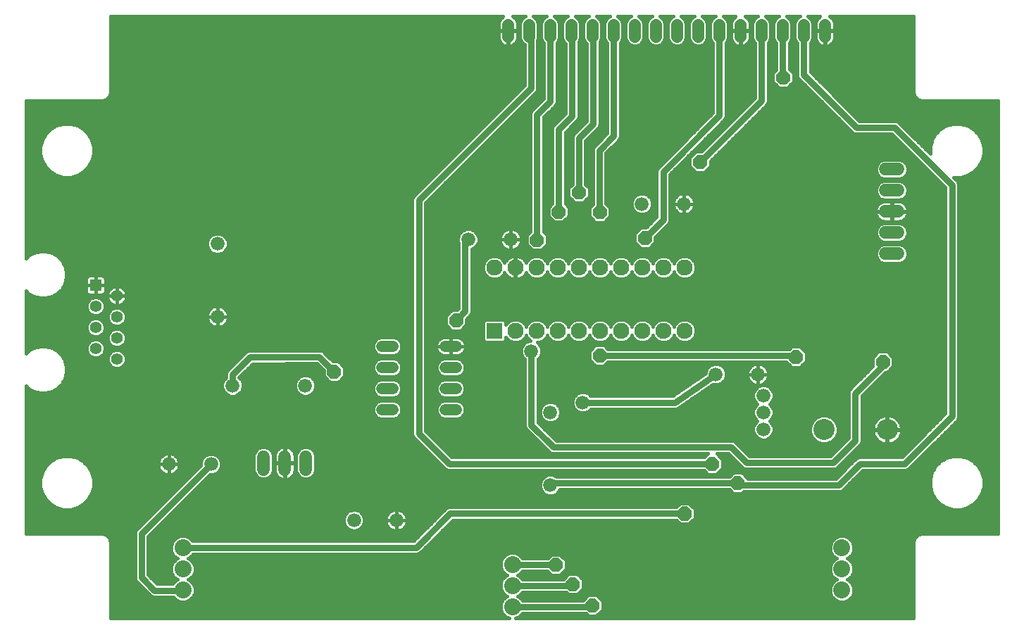
<source format=gtl>
G75*
%MOIN*%
%OFA0B0*%
%FSLAX25Y25*%
%IPPOS*%
%LPD*%
%AMOC8*
5,1,8,0,0,1.08239X$1,22.5*
%
%ADD10C,0.06600*%
%ADD11C,0.05200*%
%ADD12C,0.06000*%
%ADD13C,0.05937*%
%ADD14C,0.05600*%
%ADD15R,0.05600X0.05600*%
%ADD16C,0.08000*%
%ADD17R,0.07600X0.07600*%
%ADD18C,0.07600*%
%ADD19C,0.10000*%
%ADD20C,0.05543*%
%ADD21OC8,0.06600*%
%ADD22C,0.01600*%
%ADD23C,0.03000*%
D10*
X0090793Y0115033D03*
X0110793Y0115033D03*
X0120993Y0152233D03*
X0155443Y0152233D03*
X0113893Y0184983D03*
X0113893Y0219433D03*
X0232593Y0221533D03*
X0252593Y0221533D03*
X0314693Y0238333D03*
X0334693Y0238333D03*
X0262425Y0168600D03*
X0286785Y0144241D03*
X0271393Y0139583D03*
X0271393Y0105133D03*
X0198493Y0088533D03*
X0178493Y0088533D03*
X0349693Y0157633D03*
X0369693Y0157633D03*
X0372293Y0147533D03*
X0372293Y0139533D03*
X0372293Y0131533D03*
D11*
X0226893Y0140833D02*
X0221693Y0140833D01*
X0221693Y0150833D02*
X0226893Y0150833D01*
X0226893Y0160833D02*
X0221693Y0160833D01*
X0221693Y0170833D02*
X0226893Y0170833D01*
X0196893Y0170833D02*
X0191693Y0170833D01*
X0191693Y0160833D02*
X0196893Y0160833D01*
X0196893Y0150833D02*
X0191693Y0150833D01*
X0191693Y0140833D02*
X0196893Y0140833D01*
D12*
X0155693Y0118633D02*
X0155693Y0112633D01*
X0145693Y0112633D02*
X0145693Y0118633D01*
X0135693Y0118633D02*
X0135693Y0112633D01*
D13*
X0430024Y0214733D02*
X0435961Y0214733D01*
X0435961Y0224733D02*
X0430024Y0224733D01*
X0430024Y0234733D02*
X0435961Y0234733D01*
X0435961Y0244733D02*
X0430024Y0244733D01*
X0430024Y0254733D02*
X0435961Y0254733D01*
D14*
X0066250Y0194815D03*
X0056250Y0189815D03*
X0056250Y0179815D03*
X0066250Y0184815D03*
X0066250Y0174815D03*
X0056250Y0169815D03*
X0066250Y0164815D03*
D15*
X0056250Y0199815D03*
D16*
X0097523Y0075433D03*
X0097523Y0065433D03*
X0097523Y0055433D03*
X0253454Y0057559D03*
X0253454Y0047559D03*
X0253454Y0067559D03*
X0409423Y0065433D03*
X0409423Y0055433D03*
X0409423Y0075433D03*
D17*
X0244893Y0178133D03*
D18*
X0254893Y0178133D03*
X0264893Y0178133D03*
X0274893Y0178133D03*
X0284893Y0178133D03*
X0294893Y0178133D03*
X0304893Y0178133D03*
X0314893Y0178133D03*
X0324893Y0178133D03*
X0334893Y0178133D03*
X0334893Y0208133D03*
X0324893Y0208133D03*
X0314893Y0208133D03*
X0304893Y0208133D03*
X0294893Y0208133D03*
X0284893Y0208133D03*
X0274893Y0208133D03*
X0264893Y0208133D03*
X0254893Y0208133D03*
X0244893Y0208133D03*
D19*
X0400893Y0131433D03*
X0430893Y0131433D03*
D20*
X0401393Y0317561D02*
X0401393Y0323105D01*
X0391393Y0323105D02*
X0391393Y0317561D01*
X0381393Y0317561D02*
X0381393Y0323105D01*
X0371393Y0323105D02*
X0371393Y0317561D01*
X0361393Y0317561D02*
X0361393Y0323105D01*
X0351393Y0323105D02*
X0351393Y0317561D01*
X0341393Y0317561D02*
X0341393Y0323105D01*
X0331393Y0323105D02*
X0331393Y0317561D01*
X0321393Y0317561D02*
X0321393Y0323105D01*
X0311393Y0323105D02*
X0311393Y0317561D01*
X0301393Y0317561D02*
X0301393Y0323105D01*
X0291393Y0323105D02*
X0291393Y0317561D01*
X0281393Y0317561D02*
X0281393Y0323105D01*
X0271393Y0323105D02*
X0271393Y0317561D01*
X0261393Y0317561D02*
X0261393Y0323105D01*
X0251393Y0323105D02*
X0251393Y0317561D01*
D21*
X0342293Y0258133D03*
X0294793Y0234433D03*
X0284993Y0243833D03*
X0275393Y0234633D03*
X0265093Y0221333D03*
X0316193Y0222133D03*
X0294793Y0166533D03*
X0235293Y0170433D03*
X0226793Y0183133D03*
X0169093Y0158833D03*
X0273993Y0067433D03*
X0282093Y0058333D03*
X0291293Y0048233D03*
X0334893Y0091733D03*
X0334993Y0091633D03*
X0360093Y0106133D03*
X0347993Y0115233D03*
X0387593Y0165833D03*
X0407793Y0191533D03*
X0428793Y0163533D03*
X0381593Y0298233D03*
D22*
X0063293Y0078288D02*
X0063293Y0042133D01*
X0251920Y0042133D01*
X0250282Y0042812D01*
X0248706Y0044387D01*
X0247854Y0046445D01*
X0247854Y0048673D01*
X0248706Y0050731D01*
X0250282Y0052306D01*
X0250892Y0052559D01*
X0250282Y0052812D01*
X0248706Y0054387D01*
X0247854Y0056445D01*
X0247854Y0058673D01*
X0248706Y0060731D01*
X0250282Y0062306D01*
X0250892Y0062559D01*
X0250282Y0062812D01*
X0248706Y0064387D01*
X0247854Y0066445D01*
X0247854Y0068673D01*
X0248706Y0070731D01*
X0250282Y0072306D01*
X0252340Y0073159D01*
X0254568Y0073159D01*
X0256626Y0072306D01*
X0258201Y0070731D01*
X0258231Y0070659D01*
X0270289Y0070659D01*
X0271963Y0072333D01*
X0276022Y0072333D01*
X0278893Y0069463D01*
X0278893Y0065403D01*
X0276022Y0062533D01*
X0271963Y0062533D01*
X0270037Y0064459D01*
X0258231Y0064459D01*
X0258201Y0064387D01*
X0256626Y0062812D01*
X0256016Y0062559D01*
X0256626Y0062306D01*
X0258201Y0060731D01*
X0258231Y0060659D01*
X0277489Y0060659D01*
X0280063Y0063233D01*
X0284122Y0063233D01*
X0286993Y0060363D01*
X0286993Y0056303D01*
X0284122Y0053433D01*
X0280063Y0053433D01*
X0279037Y0054459D01*
X0258231Y0054459D01*
X0258201Y0054387D01*
X0256626Y0052812D01*
X0256016Y0052559D01*
X0256626Y0052306D01*
X0258201Y0050731D01*
X0258231Y0050659D01*
X0286789Y0050659D01*
X0289263Y0053133D01*
X0293322Y0053133D01*
X0296193Y0050263D01*
X0296193Y0046203D01*
X0293322Y0043333D01*
X0289263Y0043333D01*
X0288137Y0044459D01*
X0258231Y0044459D01*
X0258201Y0044387D01*
X0256626Y0042812D01*
X0254988Y0042133D01*
X0443193Y0042133D01*
X0443193Y0078288D01*
X0443923Y0080052D01*
X0445274Y0081402D01*
X0447038Y0082133D01*
X0483193Y0082133D01*
X0483193Y0287033D01*
X0447038Y0287033D01*
X0445274Y0287764D01*
X0443923Y0289114D01*
X0443193Y0290878D01*
X0443193Y0327033D01*
X0403753Y0327033D01*
X0403789Y0327015D01*
X0404371Y0326592D01*
X0404880Y0326083D01*
X0405303Y0325501D01*
X0405629Y0324860D01*
X0405852Y0324175D01*
X0405964Y0323465D01*
X0405964Y0320419D01*
X0401478Y0320419D01*
X0401478Y0320247D01*
X0401478Y0312990D01*
X0401752Y0312990D01*
X0402463Y0313102D01*
X0403147Y0313325D01*
X0403789Y0313651D01*
X0404371Y0314074D01*
X0404880Y0314583D01*
X0405303Y0315165D01*
X0405629Y0315807D01*
X0405852Y0316491D01*
X0405964Y0317202D01*
X0405964Y0320247D01*
X0401478Y0320247D01*
X0401307Y0320247D01*
X0401307Y0312990D01*
X0401033Y0312990D01*
X0400322Y0313102D01*
X0399638Y0313325D01*
X0398996Y0313651D01*
X0398414Y0314074D01*
X0397905Y0314583D01*
X0397482Y0315165D01*
X0397156Y0315807D01*
X0396933Y0316491D01*
X0396821Y0317202D01*
X0396821Y0320247D01*
X0401307Y0320247D01*
X0401307Y0320419D01*
X0396821Y0320419D01*
X0396821Y0323465D01*
X0396933Y0324175D01*
X0397156Y0324860D01*
X0397482Y0325501D01*
X0397905Y0326083D01*
X0398414Y0326592D01*
X0398996Y0327015D01*
X0399032Y0327033D01*
X0393332Y0327033D01*
X0393869Y0326811D01*
X0395099Y0325581D01*
X0395764Y0323974D01*
X0395764Y0316692D01*
X0395099Y0315085D01*
X0394493Y0314479D01*
X0394493Y0300817D01*
X0417677Y0277633D01*
X0434909Y0277633D01*
X0436049Y0277161D01*
X0451200Y0262010D01*
X0451200Y0265302D01*
X0452064Y0268525D01*
X0453732Y0271415D01*
X0456092Y0273775D01*
X0458982Y0275443D01*
X0462205Y0276307D01*
X0465543Y0276307D01*
X0468766Y0275443D01*
X0471656Y0273775D01*
X0474016Y0271415D01*
X0475684Y0268525D01*
X0476548Y0265302D01*
X0476548Y0261964D01*
X0475684Y0258741D01*
X0474016Y0255851D01*
X0471656Y0253491D01*
X0468766Y0251823D01*
X0465543Y0250959D01*
X0462251Y0250959D01*
X0464121Y0249089D01*
X0464593Y0247950D01*
X0464593Y0137116D01*
X0464121Y0135977D01*
X0440849Y0112705D01*
X0439709Y0112233D01*
X0419277Y0112233D01*
X0409649Y0102605D01*
X0408509Y0102133D01*
X0363022Y0102133D01*
X0362122Y0101233D01*
X0358063Y0101233D01*
X0356263Y0103033D01*
X0275826Y0103033D01*
X0275547Y0102357D01*
X0274168Y0100979D01*
X0272367Y0100233D01*
X0270418Y0100233D01*
X0268617Y0100979D01*
X0267238Y0102357D01*
X0266493Y0104158D01*
X0266493Y0106108D01*
X0267238Y0107909D01*
X0268617Y0109287D01*
X0270418Y0110033D01*
X0272367Y0110033D01*
X0274168Y0109287D01*
X0274222Y0109233D01*
X0356263Y0109233D01*
X0358063Y0111033D01*
X0362122Y0111033D01*
X0364822Y0108333D01*
X0406608Y0108333D01*
X0415364Y0117089D01*
X0416237Y0117961D01*
X0417376Y0118433D01*
X0437808Y0118433D01*
X0458393Y0139017D01*
X0458393Y0246049D01*
X0433008Y0271433D01*
X0415776Y0271433D01*
X0414637Y0271905D01*
X0413764Y0272777D01*
X0388764Y0297777D01*
X0388293Y0298916D01*
X0388293Y0314479D01*
X0387686Y0315085D01*
X0387021Y0316692D01*
X0387021Y0323974D01*
X0387686Y0325581D01*
X0388916Y0326811D01*
X0389453Y0327033D01*
X0383332Y0327033D01*
X0383869Y0326811D01*
X0385099Y0325581D01*
X0385764Y0323974D01*
X0385764Y0316692D01*
X0385099Y0315085D01*
X0384493Y0314479D01*
X0384493Y0302263D01*
X0386493Y0300263D01*
X0386493Y0296203D01*
X0383622Y0293333D01*
X0379563Y0293333D01*
X0376693Y0296203D01*
X0376693Y0300263D01*
X0378293Y0301863D01*
X0378293Y0314479D01*
X0377686Y0315085D01*
X0377021Y0316692D01*
X0377021Y0323974D01*
X0377686Y0325581D01*
X0378916Y0326811D01*
X0379453Y0327033D01*
X0373332Y0327033D01*
X0373869Y0326811D01*
X0375099Y0325581D01*
X0375764Y0323974D01*
X0375764Y0316692D01*
X0375099Y0315085D01*
X0374493Y0314479D01*
X0374493Y0286616D01*
X0374021Y0285477D01*
X0373149Y0284605D01*
X0347193Y0258649D01*
X0347193Y0256103D01*
X0344322Y0253233D01*
X0340263Y0253233D01*
X0337393Y0256103D01*
X0337393Y0260163D01*
X0340263Y0263033D01*
X0342808Y0263033D01*
X0368293Y0288517D01*
X0368293Y0314479D01*
X0367686Y0315085D01*
X0367021Y0316692D01*
X0367021Y0323974D01*
X0367686Y0325581D01*
X0368916Y0326811D01*
X0369453Y0327033D01*
X0363753Y0327033D01*
X0363789Y0327015D01*
X0364371Y0326592D01*
X0364880Y0326083D01*
X0365303Y0325501D01*
X0365629Y0324860D01*
X0365852Y0324175D01*
X0365964Y0323465D01*
X0365964Y0320419D01*
X0361478Y0320419D01*
X0361478Y0320247D01*
X0361478Y0312990D01*
X0361752Y0312990D01*
X0362463Y0313102D01*
X0363147Y0313325D01*
X0363789Y0313651D01*
X0364371Y0314074D01*
X0364880Y0314583D01*
X0365303Y0315165D01*
X0365629Y0315807D01*
X0365852Y0316491D01*
X0365964Y0317202D01*
X0365964Y0320247D01*
X0361478Y0320247D01*
X0361307Y0320247D01*
X0361307Y0312990D01*
X0361033Y0312990D01*
X0360322Y0313102D01*
X0359638Y0313325D01*
X0358996Y0313651D01*
X0358414Y0314074D01*
X0357905Y0314583D01*
X0357482Y0315165D01*
X0357156Y0315807D01*
X0356933Y0316491D01*
X0356821Y0317202D01*
X0356821Y0320247D01*
X0361307Y0320247D01*
X0361307Y0320419D01*
X0356821Y0320419D01*
X0356821Y0323465D01*
X0356933Y0324175D01*
X0357156Y0324860D01*
X0357482Y0325501D01*
X0357905Y0326083D01*
X0358414Y0326592D01*
X0358996Y0327015D01*
X0359032Y0327033D01*
X0353332Y0327033D01*
X0353869Y0326811D01*
X0355099Y0325581D01*
X0355764Y0323974D01*
X0355764Y0316692D01*
X0355099Y0315085D01*
X0354493Y0314479D01*
X0354493Y0279516D01*
X0354021Y0278377D01*
X0353149Y0277505D01*
X0327893Y0252249D01*
X0327893Y0230116D01*
X0327421Y0228977D01*
X0321093Y0222649D01*
X0321093Y0220103D01*
X0318222Y0217233D01*
X0314163Y0217233D01*
X0311293Y0220103D01*
X0311293Y0224163D01*
X0314163Y0227033D01*
X0316708Y0227033D01*
X0321693Y0232017D01*
X0321693Y0254150D01*
X0322164Y0255289D01*
X0348293Y0281417D01*
X0348293Y0314479D01*
X0347686Y0315085D01*
X0347021Y0316692D01*
X0347021Y0323974D01*
X0347686Y0325581D01*
X0348916Y0326811D01*
X0349453Y0327033D01*
X0343332Y0327033D01*
X0343869Y0326811D01*
X0345099Y0325581D01*
X0345764Y0323974D01*
X0345764Y0316692D01*
X0345099Y0315085D01*
X0343869Y0313855D01*
X0342262Y0313190D01*
X0340523Y0313190D01*
X0338916Y0313855D01*
X0337686Y0315085D01*
X0337021Y0316692D01*
X0337021Y0323974D01*
X0337686Y0325581D01*
X0338916Y0326811D01*
X0339453Y0327033D01*
X0333332Y0327033D01*
X0333869Y0326811D01*
X0335099Y0325581D01*
X0335764Y0323974D01*
X0335764Y0316692D01*
X0335099Y0315085D01*
X0333869Y0313855D01*
X0332262Y0313190D01*
X0330523Y0313190D01*
X0328916Y0313855D01*
X0327686Y0315085D01*
X0327021Y0316692D01*
X0327021Y0323974D01*
X0327686Y0325581D01*
X0328916Y0326811D01*
X0329453Y0327033D01*
X0323332Y0327033D01*
X0323869Y0326811D01*
X0325099Y0325581D01*
X0325764Y0323974D01*
X0325764Y0316692D01*
X0325099Y0315085D01*
X0323869Y0313855D01*
X0322262Y0313190D01*
X0320523Y0313190D01*
X0318916Y0313855D01*
X0317686Y0315085D01*
X0317021Y0316692D01*
X0317021Y0323974D01*
X0317686Y0325581D01*
X0318916Y0326811D01*
X0319453Y0327033D01*
X0313332Y0327033D01*
X0313869Y0326811D01*
X0315099Y0325581D01*
X0315764Y0323974D01*
X0315764Y0316692D01*
X0315099Y0315085D01*
X0313869Y0313855D01*
X0312262Y0313190D01*
X0310523Y0313190D01*
X0308916Y0313855D01*
X0307686Y0315085D01*
X0307021Y0316692D01*
X0307021Y0323974D01*
X0307686Y0325581D01*
X0308916Y0326811D01*
X0309453Y0327033D01*
X0303332Y0327033D01*
X0303869Y0326811D01*
X0305099Y0325581D01*
X0305764Y0323974D01*
X0305764Y0316692D01*
X0305099Y0315085D01*
X0304493Y0314479D01*
X0304493Y0269816D01*
X0304021Y0268677D01*
X0303149Y0267805D01*
X0297693Y0262349D01*
X0297693Y0238463D01*
X0299693Y0236463D01*
X0299693Y0232403D01*
X0296822Y0229533D01*
X0292763Y0229533D01*
X0289893Y0232403D01*
X0289893Y0236463D01*
X0291493Y0238063D01*
X0291493Y0264250D01*
X0291964Y0265389D01*
X0292837Y0266261D01*
X0298293Y0271717D01*
X0298293Y0314479D01*
X0297686Y0315085D01*
X0297021Y0316692D01*
X0297021Y0323974D01*
X0297686Y0325581D01*
X0298916Y0326811D01*
X0299453Y0327033D01*
X0293332Y0327033D01*
X0293869Y0326811D01*
X0295099Y0325581D01*
X0295764Y0323974D01*
X0295764Y0316692D01*
X0295099Y0315085D01*
X0294793Y0314779D01*
X0294793Y0275616D01*
X0294321Y0274477D01*
X0293449Y0273605D01*
X0293449Y0273605D01*
X0288093Y0268249D01*
X0288093Y0247663D01*
X0289893Y0245863D01*
X0289893Y0241803D01*
X0287022Y0238933D01*
X0282963Y0238933D01*
X0280093Y0241803D01*
X0280093Y0245863D01*
X0281893Y0247663D01*
X0281893Y0270150D01*
X0282364Y0271289D01*
X0288593Y0277517D01*
X0288593Y0314179D01*
X0287686Y0315085D01*
X0287021Y0316692D01*
X0287021Y0323974D01*
X0287686Y0325581D01*
X0288916Y0326811D01*
X0289453Y0327033D01*
X0283332Y0327033D01*
X0283869Y0326811D01*
X0285099Y0325581D01*
X0285764Y0323974D01*
X0285764Y0316692D01*
X0285099Y0315085D01*
X0284793Y0314779D01*
X0284793Y0279216D01*
X0284321Y0278077D01*
X0283449Y0277205D01*
X0278493Y0272249D01*
X0278493Y0238463D01*
X0280293Y0236663D01*
X0280293Y0232603D01*
X0277422Y0229733D01*
X0273363Y0229733D01*
X0270493Y0232603D01*
X0270493Y0236663D01*
X0272293Y0238463D01*
X0272293Y0274150D01*
X0272764Y0275289D01*
X0278593Y0281117D01*
X0278593Y0314179D01*
X0277686Y0315085D01*
X0277021Y0316692D01*
X0277021Y0323974D01*
X0277686Y0325581D01*
X0278916Y0326811D01*
X0279453Y0327033D01*
X0273332Y0327033D01*
X0273869Y0326811D01*
X0275099Y0325581D01*
X0275764Y0323974D01*
X0275764Y0316692D01*
X0275099Y0315085D01*
X0274493Y0314479D01*
X0274493Y0286316D01*
X0274021Y0285177D01*
X0273149Y0284305D01*
X0268193Y0279349D01*
X0268193Y0225163D01*
X0269993Y0223363D01*
X0269993Y0219303D01*
X0267122Y0216433D01*
X0263063Y0216433D01*
X0260193Y0219303D01*
X0260193Y0223363D01*
X0261993Y0225163D01*
X0261993Y0281250D01*
X0262464Y0282389D01*
X0268293Y0288217D01*
X0268293Y0314479D01*
X0267686Y0315085D01*
X0267021Y0316692D01*
X0267021Y0323974D01*
X0267686Y0325581D01*
X0268916Y0326811D01*
X0269453Y0327033D01*
X0263332Y0327033D01*
X0263869Y0326811D01*
X0265099Y0325581D01*
X0265764Y0323974D01*
X0265764Y0316692D01*
X0265393Y0315795D01*
X0265393Y0292616D01*
X0264921Y0291477D01*
X0264049Y0290605D01*
X0212293Y0238849D01*
X0212293Y0130917D01*
X0224778Y0118432D01*
X0344166Y0118336D01*
X0345863Y0120033D01*
X0272276Y0120033D01*
X0271137Y0120505D01*
X0259797Y0131844D01*
X0259325Y0132984D01*
X0259325Y0164771D01*
X0258271Y0165825D01*
X0257525Y0167626D01*
X0257525Y0169575D01*
X0258271Y0171376D01*
X0259650Y0172754D01*
X0261451Y0173500D01*
X0261966Y0173500D01*
X0261834Y0173555D01*
X0260315Y0175074D01*
X0259893Y0176093D01*
X0259470Y0175074D01*
X0257951Y0173555D01*
X0255967Y0172733D01*
X0253818Y0172733D01*
X0251834Y0173555D01*
X0250315Y0175074D01*
X0250293Y0175128D01*
X0250293Y0173670D01*
X0249355Y0172733D01*
X0240430Y0172733D01*
X0239493Y0173670D01*
X0239493Y0182596D01*
X0240430Y0183533D01*
X0249355Y0183533D01*
X0250293Y0182596D01*
X0250293Y0181139D01*
X0250315Y0181192D01*
X0251834Y0182711D01*
X0253818Y0183533D01*
X0255967Y0183533D01*
X0257951Y0182711D01*
X0259470Y0181192D01*
X0259893Y0180173D01*
X0260315Y0181192D01*
X0261834Y0182711D01*
X0263818Y0183533D01*
X0265967Y0183533D01*
X0267951Y0182711D01*
X0269470Y0181192D01*
X0269893Y0180173D01*
X0270315Y0181192D01*
X0271834Y0182711D01*
X0273818Y0183533D01*
X0275967Y0183533D01*
X0277951Y0182711D01*
X0279470Y0181192D01*
X0279893Y0180173D01*
X0280315Y0181192D01*
X0281834Y0182711D01*
X0283818Y0183533D01*
X0285967Y0183533D01*
X0287951Y0182711D01*
X0289470Y0181192D01*
X0289893Y0180173D01*
X0290315Y0181192D01*
X0291834Y0182711D01*
X0293818Y0183533D01*
X0295967Y0183533D01*
X0297951Y0182711D01*
X0299470Y0181192D01*
X0299893Y0180173D01*
X0300315Y0181192D01*
X0301834Y0182711D01*
X0303818Y0183533D01*
X0305967Y0183533D01*
X0307951Y0182711D01*
X0309470Y0181192D01*
X0309893Y0180173D01*
X0310315Y0181192D01*
X0311834Y0182711D01*
X0313818Y0183533D01*
X0315967Y0183533D01*
X0317951Y0182711D01*
X0319470Y0181192D01*
X0319893Y0180173D01*
X0320315Y0181192D01*
X0321834Y0182711D01*
X0323818Y0183533D01*
X0325967Y0183533D01*
X0327951Y0182711D01*
X0329470Y0181192D01*
X0329893Y0180173D01*
X0330315Y0181192D01*
X0331834Y0182711D01*
X0333818Y0183533D01*
X0335967Y0183533D01*
X0337951Y0182711D01*
X0339470Y0181192D01*
X0340293Y0179207D01*
X0340293Y0177059D01*
X0339470Y0175074D01*
X0337951Y0173555D01*
X0335967Y0172733D01*
X0333818Y0172733D01*
X0331834Y0173555D01*
X0330315Y0175074D01*
X0329893Y0176093D01*
X0329470Y0175074D01*
X0327951Y0173555D01*
X0325967Y0172733D01*
X0323818Y0172733D01*
X0321834Y0173555D01*
X0320315Y0175074D01*
X0319893Y0176093D01*
X0319470Y0175074D01*
X0317951Y0173555D01*
X0315967Y0172733D01*
X0313818Y0172733D01*
X0311834Y0173555D01*
X0310315Y0175074D01*
X0309893Y0176093D01*
X0309470Y0175074D01*
X0307951Y0173555D01*
X0305967Y0172733D01*
X0303818Y0172733D01*
X0301834Y0173555D01*
X0300315Y0175074D01*
X0299893Y0176093D01*
X0299470Y0175074D01*
X0297951Y0173555D01*
X0295967Y0172733D01*
X0293818Y0172733D01*
X0291834Y0173555D01*
X0290315Y0175074D01*
X0289893Y0176093D01*
X0289470Y0175074D01*
X0287951Y0173555D01*
X0285967Y0172733D01*
X0283818Y0172733D01*
X0281834Y0173555D01*
X0280315Y0175074D01*
X0279893Y0176093D01*
X0279470Y0175074D01*
X0277951Y0173555D01*
X0275967Y0172733D01*
X0273818Y0172733D01*
X0271834Y0173555D01*
X0270315Y0175074D01*
X0269893Y0176093D01*
X0269470Y0175074D01*
X0267951Y0173555D01*
X0265967Y0172733D01*
X0265222Y0172733D01*
X0266579Y0171376D01*
X0267325Y0169575D01*
X0267325Y0167626D01*
X0266579Y0165825D01*
X0265525Y0164771D01*
X0265525Y0134884D01*
X0274177Y0126233D01*
X0357609Y0126233D01*
X0358749Y0125761D01*
X0365577Y0118933D01*
X0403908Y0118933D01*
X0412593Y0127617D01*
X0412593Y0149250D01*
X0413064Y0150389D01*
X0424036Y0161360D01*
X0423893Y0161503D01*
X0423893Y0165563D01*
X0426763Y0168433D01*
X0430822Y0168433D01*
X0433693Y0165563D01*
X0433693Y0161503D01*
X0430822Y0158633D01*
X0430077Y0158633D01*
X0418793Y0147349D01*
X0418793Y0125716D01*
X0418321Y0124577D01*
X0407821Y0114077D01*
X0407821Y0114077D01*
X0406949Y0113205D01*
X0405809Y0112733D01*
X0363676Y0112733D01*
X0362537Y0113205D01*
X0355708Y0120033D01*
X0350122Y0120033D01*
X0352893Y0117263D01*
X0352893Y0113203D01*
X0350022Y0110333D01*
X0345963Y0110333D01*
X0344160Y0112136D01*
X0223486Y0112233D01*
X0222876Y0112233D01*
X0222875Y0112234D01*
X0222873Y0112234D01*
X0222298Y0112473D01*
X0221737Y0112705D01*
X0221736Y0112706D01*
X0221734Y0112706D01*
X0221299Y0113143D01*
X0207437Y0127005D01*
X0206564Y0127877D01*
X0206093Y0129016D01*
X0206093Y0240750D01*
X0206564Y0241889D01*
X0259193Y0294517D01*
X0259193Y0313741D01*
X0258916Y0313855D01*
X0257686Y0315085D01*
X0257021Y0316692D01*
X0257021Y0323974D01*
X0257686Y0325581D01*
X0258916Y0326811D01*
X0259453Y0327033D01*
X0253753Y0327033D01*
X0253789Y0327015D01*
X0254371Y0326592D01*
X0254880Y0326083D01*
X0255303Y0325501D01*
X0255629Y0324860D01*
X0255852Y0324175D01*
X0255964Y0323465D01*
X0255964Y0320419D01*
X0251478Y0320419D01*
X0251478Y0320247D01*
X0251478Y0312990D01*
X0251752Y0312990D01*
X0252463Y0313102D01*
X0253147Y0313325D01*
X0253789Y0313651D01*
X0254371Y0314074D01*
X0254880Y0314583D01*
X0255303Y0315165D01*
X0255629Y0315807D01*
X0255852Y0316491D01*
X0255964Y0317202D01*
X0255964Y0320247D01*
X0251478Y0320247D01*
X0251307Y0320247D01*
X0251307Y0312990D01*
X0251033Y0312990D01*
X0250322Y0313102D01*
X0249638Y0313325D01*
X0248996Y0313651D01*
X0248414Y0314074D01*
X0247905Y0314583D01*
X0247482Y0315165D01*
X0247156Y0315807D01*
X0246933Y0316491D01*
X0246821Y0317202D01*
X0246821Y0320247D01*
X0251307Y0320247D01*
X0251307Y0320419D01*
X0246821Y0320419D01*
X0246821Y0323465D01*
X0246933Y0324175D01*
X0247156Y0324860D01*
X0247482Y0325501D01*
X0247905Y0326083D01*
X0248414Y0326592D01*
X0248996Y0327015D01*
X0249032Y0327033D01*
X0063293Y0327033D01*
X0063293Y0290878D01*
X0062562Y0289114D01*
X0061211Y0287764D01*
X0059447Y0287033D01*
X0023293Y0287033D01*
X0023293Y0212554D01*
X0024435Y0213697D01*
X0026966Y0215158D01*
X0029789Y0215914D01*
X0032711Y0215914D01*
X0035534Y0215158D01*
X0038065Y0213697D01*
X0040132Y0211630D01*
X0041593Y0209099D01*
X0042349Y0206276D01*
X0042349Y0203354D01*
X0041593Y0200531D01*
X0040132Y0198000D01*
X0038065Y0195933D01*
X0035534Y0194472D01*
X0032711Y0193716D01*
X0029789Y0193716D01*
X0026966Y0194472D01*
X0024435Y0195933D01*
X0023293Y0197076D01*
X0023293Y0167554D01*
X0024435Y0168697D01*
X0026966Y0170158D01*
X0029789Y0170914D01*
X0032711Y0170914D01*
X0035534Y0170158D01*
X0038065Y0168697D01*
X0040132Y0166630D01*
X0041593Y0164099D01*
X0042349Y0161276D01*
X0042349Y0158354D01*
X0041593Y0155531D01*
X0040132Y0153000D01*
X0038065Y0150933D01*
X0035534Y0149472D01*
X0032711Y0148716D01*
X0029789Y0148716D01*
X0026966Y0149472D01*
X0024435Y0150933D01*
X0023293Y0152076D01*
X0023293Y0082133D01*
X0059447Y0082133D01*
X0061211Y0081402D01*
X0062562Y0080052D01*
X0063293Y0078288D01*
X0063041Y0078894D02*
X0074793Y0078894D01*
X0074793Y0077296D02*
X0063293Y0077296D01*
X0063293Y0075697D02*
X0074793Y0075697D01*
X0074793Y0074099D02*
X0063293Y0074099D01*
X0063293Y0072500D02*
X0074793Y0072500D01*
X0074793Y0070902D02*
X0063293Y0070902D01*
X0063293Y0069303D02*
X0074793Y0069303D01*
X0074793Y0067705D02*
X0063293Y0067705D01*
X0063293Y0066106D02*
X0074793Y0066106D01*
X0074793Y0064508D02*
X0063293Y0064508D01*
X0063293Y0062909D02*
X0074793Y0062909D01*
X0074793Y0061311D02*
X0063293Y0061311D01*
X0063293Y0059712D02*
X0075250Y0059712D01*
X0075264Y0059677D02*
X0076137Y0058805D01*
X0082237Y0052705D01*
X0083376Y0052233D01*
X0092804Y0052233D01*
X0094351Y0050686D01*
X0096409Y0049833D01*
X0098637Y0049833D01*
X0100695Y0050686D01*
X0102271Y0052261D01*
X0103123Y0054319D01*
X0103123Y0056547D01*
X0102271Y0058605D01*
X0100695Y0060181D01*
X0100086Y0060433D01*
X0100695Y0060686D01*
X0102271Y0062261D01*
X0103123Y0064319D01*
X0103123Y0066547D01*
X0102271Y0068605D01*
X0100695Y0070181D01*
X0100086Y0070433D01*
X0100695Y0070686D01*
X0102271Y0072261D01*
X0102383Y0072533D01*
X0208609Y0072533D01*
X0209749Y0073005D01*
X0210621Y0073877D01*
X0225377Y0088633D01*
X0331063Y0088633D01*
X0332863Y0086833D01*
X0332963Y0086733D01*
X0337022Y0086733D01*
X0339893Y0089603D01*
X0339893Y0093663D01*
X0339793Y0093763D01*
X0336922Y0096633D01*
X0332863Y0096633D01*
X0331063Y0094833D01*
X0223476Y0094833D01*
X0222337Y0094361D01*
X0206708Y0078733D01*
X0102143Y0078733D01*
X0100695Y0080181D01*
X0098637Y0081033D01*
X0096409Y0081033D01*
X0094351Y0080181D01*
X0092776Y0078605D01*
X0091923Y0076547D01*
X0091923Y0074319D01*
X0092776Y0072261D01*
X0094351Y0070686D01*
X0094961Y0070433D01*
X0094351Y0070181D01*
X0092776Y0068605D01*
X0091923Y0066547D01*
X0091923Y0064319D01*
X0092776Y0062261D01*
X0094351Y0060686D01*
X0094961Y0060433D01*
X0094351Y0060181D01*
X0092776Y0058605D01*
X0092705Y0058433D01*
X0085277Y0058433D01*
X0080993Y0062717D01*
X0080993Y0080849D01*
X0110277Y0110133D01*
X0111767Y0110133D01*
X0113568Y0110879D01*
X0114947Y0112257D01*
X0115693Y0114058D01*
X0115693Y0116008D01*
X0114947Y0117809D01*
X0113568Y0119187D01*
X0111767Y0119933D01*
X0109818Y0119933D01*
X0108017Y0119187D01*
X0106638Y0117809D01*
X0105893Y0116008D01*
X0105893Y0114517D01*
X0075264Y0083889D01*
X0074793Y0082750D01*
X0074793Y0060816D01*
X0075264Y0059677D01*
X0076828Y0058114D02*
X0063293Y0058114D01*
X0063293Y0056515D02*
X0078426Y0056515D01*
X0080025Y0054917D02*
X0063293Y0054917D01*
X0063293Y0053318D02*
X0081623Y0053318D01*
X0083997Y0059712D02*
X0093883Y0059712D01*
X0093726Y0061311D02*
X0082399Y0061311D01*
X0080993Y0062909D02*
X0092507Y0062909D01*
X0091923Y0064508D02*
X0080993Y0064508D01*
X0080993Y0066106D02*
X0091923Y0066106D01*
X0092403Y0067705D02*
X0080993Y0067705D01*
X0080993Y0069303D02*
X0093474Y0069303D01*
X0094135Y0070902D02*
X0080993Y0070902D01*
X0080993Y0072500D02*
X0092677Y0072500D01*
X0092015Y0074099D02*
X0080993Y0074099D01*
X0080993Y0075697D02*
X0091923Y0075697D01*
X0092233Y0077296D02*
X0080993Y0077296D01*
X0080993Y0078894D02*
X0093065Y0078894D01*
X0095105Y0080493D02*
X0080993Y0080493D01*
X0082235Y0082091D02*
X0210067Y0082091D01*
X0208468Y0080493D02*
X0099941Y0080493D01*
X0101982Y0078894D02*
X0206870Y0078894D01*
X0212441Y0075697D02*
X0403823Y0075697D01*
X0403823Y0076547D02*
X0403823Y0074319D01*
X0404676Y0072261D01*
X0406251Y0070686D01*
X0406861Y0070433D01*
X0406251Y0070181D01*
X0404676Y0068605D01*
X0403823Y0066547D01*
X0403823Y0064319D01*
X0404676Y0062261D01*
X0406251Y0060686D01*
X0406861Y0060433D01*
X0406251Y0060181D01*
X0404676Y0058605D01*
X0403823Y0056547D01*
X0403823Y0054319D01*
X0404676Y0052261D01*
X0406251Y0050686D01*
X0408309Y0049833D01*
X0410537Y0049833D01*
X0412595Y0050686D01*
X0414171Y0052261D01*
X0415023Y0054319D01*
X0415023Y0056547D01*
X0414171Y0058605D01*
X0412595Y0060181D01*
X0411986Y0060433D01*
X0412595Y0060686D01*
X0414171Y0062261D01*
X0415023Y0064319D01*
X0415023Y0066547D01*
X0414171Y0068605D01*
X0412595Y0070181D01*
X0411986Y0070433D01*
X0412595Y0070686D01*
X0414171Y0072261D01*
X0415023Y0074319D01*
X0415023Y0076547D01*
X0414171Y0078605D01*
X0412595Y0080181D01*
X0410537Y0081033D01*
X0408309Y0081033D01*
X0406251Y0080181D01*
X0404676Y0078605D01*
X0403823Y0076547D01*
X0404133Y0077296D02*
X0214039Y0077296D01*
X0215638Y0078894D02*
X0404965Y0078894D01*
X0407005Y0080493D02*
X0217236Y0080493D01*
X0218835Y0082091D02*
X0446937Y0082091D01*
X0444364Y0080493D02*
X0411841Y0080493D01*
X0413882Y0078894D02*
X0443444Y0078894D01*
X0443193Y0077296D02*
X0414713Y0077296D01*
X0415023Y0075697D02*
X0443193Y0075697D01*
X0443193Y0074099D02*
X0414932Y0074099D01*
X0414270Y0072500D02*
X0443193Y0072500D01*
X0443193Y0070902D02*
X0412812Y0070902D01*
X0413473Y0069303D02*
X0443193Y0069303D01*
X0443193Y0067705D02*
X0414544Y0067705D01*
X0415023Y0066106D02*
X0443193Y0066106D01*
X0443193Y0064508D02*
X0415023Y0064508D01*
X0414439Y0062909D02*
X0443193Y0062909D01*
X0443193Y0061311D02*
X0413221Y0061311D01*
X0413064Y0059712D02*
X0443193Y0059712D01*
X0443193Y0058114D02*
X0414374Y0058114D01*
X0415023Y0056515D02*
X0443193Y0056515D01*
X0443193Y0054917D02*
X0415023Y0054917D01*
X0414609Y0053318D02*
X0443193Y0053318D01*
X0443193Y0051720D02*
X0413629Y0051720D01*
X0411233Y0050121D02*
X0443193Y0050121D01*
X0443193Y0048523D02*
X0296193Y0048523D01*
X0296193Y0050121D02*
X0407614Y0050121D01*
X0405217Y0051720D02*
X0294736Y0051720D01*
X0296193Y0046924D02*
X0443193Y0046924D01*
X0443193Y0045326D02*
X0295315Y0045326D01*
X0293716Y0043727D02*
X0443193Y0043727D01*
X0404238Y0053318D02*
X0257133Y0053318D01*
X0257213Y0051720D02*
X0287849Y0051720D01*
X0285606Y0054917D02*
X0403823Y0054917D01*
X0403823Y0056515D02*
X0286993Y0056515D01*
X0286993Y0058114D02*
X0404472Y0058114D01*
X0405783Y0059712D02*
X0286993Y0059712D01*
X0286044Y0061311D02*
X0405626Y0061311D01*
X0404407Y0062909D02*
X0284446Y0062909D01*
X0279739Y0062909D02*
X0276398Y0062909D01*
X0277997Y0064508D02*
X0403823Y0064508D01*
X0403823Y0066106D02*
X0278893Y0066106D01*
X0278893Y0067705D02*
X0404303Y0067705D01*
X0405374Y0069303D02*
X0278893Y0069303D01*
X0277453Y0070902D02*
X0406035Y0070902D01*
X0404577Y0072500D02*
X0256158Y0072500D01*
X0258031Y0070902D02*
X0270532Y0070902D01*
X0271587Y0062909D02*
X0256724Y0062909D01*
X0257622Y0061311D02*
X0278141Y0061311D01*
X0250184Y0062909D02*
X0102539Y0062909D01*
X0103123Y0064508D02*
X0248656Y0064508D01*
X0247994Y0066106D02*
X0103123Y0066106D01*
X0102644Y0067705D02*
X0247854Y0067705D01*
X0248115Y0069303D02*
X0101573Y0069303D01*
X0100912Y0070902D02*
X0248877Y0070902D01*
X0250750Y0072500D02*
X0102370Y0072500D01*
X0101321Y0061311D02*
X0249286Y0061311D01*
X0248284Y0059712D02*
X0101164Y0059712D01*
X0102474Y0058114D02*
X0247854Y0058114D01*
X0247854Y0056515D02*
X0103123Y0056515D01*
X0103123Y0054917D02*
X0248487Y0054917D01*
X0249775Y0053318D02*
X0102709Y0053318D01*
X0101729Y0051720D02*
X0249695Y0051720D01*
X0248454Y0050121D02*
X0099333Y0050121D01*
X0095714Y0050121D02*
X0063293Y0050121D01*
X0063293Y0048523D02*
X0247854Y0048523D01*
X0247854Y0046924D02*
X0063293Y0046924D01*
X0063293Y0045326D02*
X0248318Y0045326D01*
X0249366Y0043727D02*
X0063293Y0043727D01*
X0063293Y0051720D02*
X0093317Y0051720D01*
X0097523Y0055433D02*
X0098593Y0055433D01*
X0098593Y0055333D01*
X0074793Y0080493D02*
X0062121Y0080493D01*
X0059548Y0082091D02*
X0074793Y0082091D01*
X0075182Y0083690D02*
X0023293Y0083690D01*
X0023293Y0085288D02*
X0076664Y0085288D01*
X0078262Y0086887D02*
X0023293Y0086887D01*
X0023293Y0088485D02*
X0079861Y0088485D01*
X0081459Y0090084D02*
X0023293Y0090084D01*
X0023293Y0091682D02*
X0083058Y0091682D01*
X0084656Y0093281D02*
X0023293Y0093281D01*
X0023293Y0094879D02*
X0036931Y0094879D01*
X0037722Y0094423D02*
X0034832Y0096091D01*
X0032472Y0098451D01*
X0030804Y0101341D01*
X0029940Y0104564D01*
X0029940Y0107902D01*
X0030804Y0111125D01*
X0032472Y0114015D01*
X0034832Y0116375D01*
X0037722Y0118043D01*
X0040946Y0118907D01*
X0044283Y0118907D01*
X0047506Y0118043D01*
X0050396Y0116375D01*
X0052756Y0114015D01*
X0054424Y0111125D01*
X0055288Y0107902D01*
X0055288Y0104564D01*
X0054424Y0101341D01*
X0052756Y0098451D01*
X0050396Y0096091D01*
X0047506Y0094423D01*
X0044283Y0093559D01*
X0040946Y0093559D01*
X0037722Y0094423D01*
X0034445Y0096478D02*
X0023293Y0096478D01*
X0023293Y0098077D02*
X0032847Y0098077D01*
X0031766Y0099675D02*
X0023293Y0099675D01*
X0023293Y0101274D02*
X0030843Y0101274D01*
X0030394Y0102872D02*
X0023293Y0102872D01*
X0023293Y0104471D02*
X0029965Y0104471D01*
X0029940Y0106069D02*
X0023293Y0106069D01*
X0023293Y0107668D02*
X0029940Y0107668D01*
X0030306Y0109266D02*
X0023293Y0109266D01*
X0023293Y0110865D02*
X0030734Y0110865D01*
X0031576Y0112463D02*
X0023293Y0112463D01*
X0023293Y0114062D02*
X0032519Y0114062D01*
X0034117Y0115660D02*
X0023293Y0115660D01*
X0023293Y0117259D02*
X0036363Y0117259D01*
X0040759Y0118857D02*
X0023293Y0118857D01*
X0023293Y0120456D02*
X0131468Y0120456D01*
X0131793Y0121239D02*
X0131093Y0119548D01*
X0131093Y0111718D01*
X0131793Y0110027D01*
X0133087Y0108733D01*
X0134778Y0108033D01*
X0136608Y0108033D01*
X0138298Y0108733D01*
X0139592Y0110027D01*
X0140293Y0111718D01*
X0140293Y0119548D01*
X0139592Y0121239D01*
X0138298Y0122533D01*
X0136608Y0123233D01*
X0134778Y0123233D01*
X0133087Y0122533D01*
X0131793Y0121239D01*
X0132608Y0122054D02*
X0023293Y0122054D01*
X0023293Y0123653D02*
X0210789Y0123653D01*
X0209190Y0125251D02*
X0023293Y0125251D01*
X0023293Y0126850D02*
X0207592Y0126850D01*
X0206328Y0128448D02*
X0023293Y0128448D01*
X0023293Y0130047D02*
X0206093Y0130047D01*
X0206093Y0131645D02*
X0023293Y0131645D01*
X0023293Y0133244D02*
X0206093Y0133244D01*
X0206093Y0134842D02*
X0023293Y0134842D01*
X0023293Y0136441D02*
X0206093Y0136441D01*
X0206093Y0138039D02*
X0200038Y0138039D01*
X0200453Y0138454D02*
X0201093Y0139998D01*
X0201093Y0141669D01*
X0200453Y0143212D01*
X0199272Y0144394D01*
X0197728Y0145033D01*
X0190857Y0145033D01*
X0189313Y0144394D01*
X0188132Y0143212D01*
X0187493Y0141669D01*
X0187493Y0139998D01*
X0188132Y0138454D01*
X0189313Y0137272D01*
X0190857Y0136633D01*
X0197728Y0136633D01*
X0199272Y0137272D01*
X0200453Y0138454D01*
X0200943Y0139638D02*
X0206093Y0139638D01*
X0206093Y0141236D02*
X0201093Y0141236D01*
X0200609Y0142835D02*
X0206093Y0142835D01*
X0206093Y0144433D02*
X0199176Y0144433D01*
X0197728Y0146633D02*
X0199272Y0147272D01*
X0200453Y0148454D01*
X0201093Y0149998D01*
X0201093Y0151669D01*
X0200453Y0153212D01*
X0199272Y0154394D01*
X0197728Y0155033D01*
X0190857Y0155033D01*
X0189313Y0154394D01*
X0188132Y0153212D01*
X0187493Y0151669D01*
X0187493Y0149998D01*
X0188132Y0148454D01*
X0189313Y0147272D01*
X0190857Y0146633D01*
X0197728Y0146633D01*
X0199629Y0147630D02*
X0206093Y0147630D01*
X0206093Y0146032D02*
X0023293Y0146032D01*
X0023293Y0147630D02*
X0119300Y0147630D01*
X0120018Y0147333D02*
X0121967Y0147333D01*
X0123768Y0148079D01*
X0125147Y0149457D01*
X0125893Y0151258D01*
X0125893Y0153208D01*
X0125147Y0155009D01*
X0124093Y0156063D01*
X0124093Y0156249D01*
X0130480Y0162637D01*
X0160812Y0162729D01*
X0164193Y0159349D01*
X0164193Y0156803D01*
X0167063Y0153933D01*
X0171122Y0153933D01*
X0173993Y0156803D01*
X0173993Y0160863D01*
X0171122Y0163733D01*
X0168577Y0163733D01*
X0164717Y0167593D01*
X0164715Y0167597D01*
X0164281Y0168029D01*
X0163849Y0168461D01*
X0163844Y0168463D01*
X0163841Y0168466D01*
X0163275Y0168699D01*
X0162709Y0168933D01*
X0162704Y0168933D01*
X0162700Y0168935D01*
X0162089Y0168933D01*
X0161476Y0168933D01*
X0161471Y0168931D01*
X0129190Y0168833D01*
X0128576Y0168833D01*
X0128571Y0168831D01*
X0128566Y0168831D01*
X0128002Y0168595D01*
X0127437Y0168361D01*
X0127433Y0168358D01*
X0127429Y0168356D01*
X0126997Y0167922D01*
X0118364Y0159289D01*
X0117893Y0158150D01*
X0117893Y0156063D01*
X0116838Y0155009D01*
X0116093Y0153208D01*
X0116093Y0151258D01*
X0116838Y0149457D01*
X0118217Y0148079D01*
X0120018Y0147333D01*
X0122685Y0147630D02*
X0153750Y0147630D01*
X0154468Y0147333D02*
X0156417Y0147333D01*
X0158218Y0148079D01*
X0159597Y0149457D01*
X0160343Y0151258D01*
X0160343Y0153208D01*
X0159597Y0155009D01*
X0158218Y0156387D01*
X0156417Y0157133D01*
X0154468Y0157133D01*
X0152667Y0156387D01*
X0151288Y0155009D01*
X0150543Y0153208D01*
X0150543Y0151258D01*
X0151288Y0149457D01*
X0152667Y0148079D01*
X0154468Y0147333D01*
X0157135Y0147630D02*
X0188956Y0147630D01*
X0187811Y0149229D02*
X0159368Y0149229D01*
X0160164Y0150827D02*
X0187493Y0150827D01*
X0187806Y0152426D02*
X0160343Y0152426D01*
X0160004Y0154024D02*
X0166972Y0154024D01*
X0165373Y0155623D02*
X0158982Y0155623D01*
X0164193Y0157221D02*
X0125065Y0157221D01*
X0124532Y0155623D02*
X0151903Y0155623D01*
X0150881Y0154024D02*
X0125554Y0154024D01*
X0125893Y0152426D02*
X0150543Y0152426D01*
X0150721Y0150827D02*
X0125714Y0150827D01*
X0124918Y0149229D02*
X0151517Y0149229D01*
X0164193Y0158820D02*
X0126663Y0158820D01*
X0128262Y0160418D02*
X0163123Y0160418D01*
X0161525Y0162017D02*
X0129860Y0162017D01*
X0124289Y0165214D02*
X0070650Y0165214D01*
X0070650Y0165690D02*
X0069980Y0167307D01*
X0068742Y0168545D01*
X0067125Y0169215D01*
X0065375Y0169215D01*
X0063758Y0168545D01*
X0062520Y0167307D01*
X0061850Y0165690D01*
X0061850Y0163940D01*
X0062520Y0162323D01*
X0063758Y0161085D01*
X0065375Y0160415D01*
X0067125Y0160415D01*
X0068742Y0161085D01*
X0069980Y0162323D01*
X0070650Y0163940D01*
X0070650Y0165690D01*
X0070185Y0166812D02*
X0125888Y0166812D01*
X0127557Y0168411D02*
X0068876Y0168411D01*
X0067125Y0170415D02*
X0068742Y0171085D01*
X0069980Y0172323D01*
X0070650Y0173940D01*
X0070650Y0175690D01*
X0069980Y0177307D01*
X0068742Y0178545D01*
X0067125Y0179215D01*
X0065375Y0179215D01*
X0063758Y0178545D01*
X0062520Y0177307D01*
X0061850Y0175690D01*
X0061850Y0173940D01*
X0062520Y0172323D01*
X0063758Y0171085D01*
X0065375Y0170415D01*
X0067125Y0170415D01*
X0069266Y0171608D02*
X0187493Y0171608D01*
X0187493Y0171669D02*
X0187493Y0169998D01*
X0188132Y0168454D01*
X0189313Y0167272D01*
X0190857Y0166633D01*
X0197728Y0166633D01*
X0199272Y0167272D01*
X0200453Y0168454D01*
X0201093Y0169998D01*
X0201093Y0171669D01*
X0200453Y0173212D01*
X0199272Y0174394D01*
X0197728Y0175033D01*
X0190857Y0175033D01*
X0189313Y0174394D01*
X0188132Y0173212D01*
X0187493Y0171669D01*
X0187493Y0170010D02*
X0060650Y0170010D01*
X0060650Y0170690D02*
X0059980Y0172307D01*
X0058742Y0173545D01*
X0057125Y0174215D01*
X0055375Y0174215D01*
X0053758Y0173545D01*
X0052520Y0172307D01*
X0051850Y0170690D01*
X0051850Y0168940D01*
X0052520Y0167323D01*
X0053758Y0166085D01*
X0055375Y0165415D01*
X0057125Y0165415D01*
X0058742Y0166085D01*
X0059980Y0167323D01*
X0060650Y0168940D01*
X0060650Y0170690D01*
X0060270Y0171608D02*
X0063234Y0171608D01*
X0062154Y0173207D02*
X0059081Y0173207D01*
X0058742Y0176085D02*
X0059980Y0177323D01*
X0060650Y0178940D01*
X0060650Y0180690D01*
X0059980Y0182307D01*
X0058742Y0183545D01*
X0057125Y0184215D01*
X0055375Y0184215D01*
X0053758Y0183545D01*
X0052520Y0182307D01*
X0051850Y0180690D01*
X0051850Y0178940D01*
X0052520Y0177323D01*
X0053758Y0176085D01*
X0055375Y0175415D01*
X0057125Y0175415D01*
X0058742Y0176085D01*
X0059061Y0176404D02*
X0062145Y0176404D01*
X0061850Y0174805D02*
X0023293Y0174805D01*
X0023293Y0173207D02*
X0053419Y0173207D01*
X0052230Y0171608D02*
X0023293Y0171608D01*
X0023293Y0170010D02*
X0026709Y0170010D01*
X0024149Y0168411D02*
X0023293Y0168411D01*
X0035791Y0170010D02*
X0051850Y0170010D01*
X0052069Y0168411D02*
X0038351Y0168411D01*
X0039949Y0166812D02*
X0053030Y0166812D01*
X0059470Y0166812D02*
X0062315Y0166812D01*
X0061850Y0165214D02*
X0040949Y0165214D01*
X0041722Y0163615D02*
X0061984Y0163615D01*
X0062825Y0162017D02*
X0042151Y0162017D01*
X0042349Y0160418D02*
X0065366Y0160418D01*
X0067134Y0160418D02*
X0119494Y0160418D01*
X0118170Y0158820D02*
X0042349Y0158820D01*
X0042046Y0157221D02*
X0117893Y0157221D01*
X0117453Y0155623D02*
X0041617Y0155623D01*
X0040723Y0154024D02*
X0116431Y0154024D01*
X0116093Y0152426D02*
X0039558Y0152426D01*
X0037881Y0150827D02*
X0116271Y0150827D01*
X0117067Y0149229D02*
X0034626Y0149229D01*
X0027874Y0149229D02*
X0023293Y0149229D01*
X0023293Y0150827D02*
X0024619Y0150827D01*
X0023293Y0144433D02*
X0189409Y0144433D01*
X0187976Y0142835D02*
X0023293Y0142835D01*
X0023293Y0141236D02*
X0187493Y0141236D01*
X0187642Y0139638D02*
X0023293Y0139638D01*
X0023293Y0138039D02*
X0188547Y0138039D01*
X0200774Y0149229D02*
X0206093Y0149229D01*
X0206093Y0150827D02*
X0201093Y0150827D01*
X0200779Y0152426D02*
X0206093Y0152426D01*
X0206093Y0154024D02*
X0199641Y0154024D01*
X0199148Y0157221D02*
X0206093Y0157221D01*
X0206093Y0155623D02*
X0172812Y0155623D01*
X0173993Y0157221D02*
X0189437Y0157221D01*
X0189313Y0157272D02*
X0190857Y0156633D01*
X0197728Y0156633D01*
X0199272Y0157272D01*
X0200453Y0158454D01*
X0201093Y0159998D01*
X0201093Y0161669D01*
X0200453Y0163212D01*
X0199272Y0164394D01*
X0197728Y0165033D01*
X0190857Y0165033D01*
X0189313Y0164394D01*
X0188132Y0163212D01*
X0187493Y0161669D01*
X0187493Y0159998D01*
X0188132Y0158454D01*
X0189313Y0157272D01*
X0187980Y0158820D02*
X0173993Y0158820D01*
X0173993Y0160418D02*
X0187493Y0160418D01*
X0187637Y0162017D02*
X0172838Y0162017D01*
X0171240Y0163615D02*
X0188535Y0163615D01*
X0190424Y0166812D02*
X0165497Y0166812D01*
X0167096Y0165214D02*
X0206093Y0165214D01*
X0206093Y0166812D02*
X0198161Y0166812D01*
X0200410Y0168411D02*
X0206093Y0168411D01*
X0206093Y0170010D02*
X0201093Y0170010D01*
X0201093Y0171608D02*
X0206093Y0171608D01*
X0206093Y0173207D02*
X0200455Y0173207D01*
X0198278Y0174805D02*
X0206093Y0174805D01*
X0206093Y0176404D02*
X0070355Y0176404D01*
X0070650Y0174805D02*
X0190307Y0174805D01*
X0188130Y0173207D02*
X0070346Y0173207D01*
X0069285Y0178002D02*
X0206093Y0178002D01*
X0206093Y0179601D02*
X0060650Y0179601D01*
X0060439Y0181199D02*
X0063643Y0181199D01*
X0063758Y0181085D02*
X0065375Y0180415D01*
X0067125Y0180415D01*
X0068742Y0181085D01*
X0069980Y0182323D01*
X0070650Y0183940D01*
X0070650Y0185690D01*
X0069980Y0187307D01*
X0068742Y0188545D01*
X0067125Y0189215D01*
X0065375Y0189215D01*
X0063758Y0188545D01*
X0062520Y0187307D01*
X0061850Y0185690D01*
X0061850Y0183940D01*
X0062520Y0182323D01*
X0063758Y0181085D01*
X0062323Y0182798D02*
X0059490Y0182798D01*
X0061850Y0184396D02*
X0023293Y0184396D01*
X0023293Y0182798D02*
X0053010Y0182798D01*
X0052061Y0181199D02*
X0023293Y0181199D01*
X0023293Y0179601D02*
X0051850Y0179601D01*
X0052238Y0178002D02*
X0023293Y0178002D01*
X0023293Y0176404D02*
X0053439Y0176404D01*
X0060262Y0178002D02*
X0063215Y0178002D01*
X0068857Y0181199D02*
X0110464Y0181199D01*
X0110570Y0181093D02*
X0111220Y0180621D01*
X0111935Y0180257D01*
X0112698Y0180009D01*
X0113491Y0179883D01*
X0113892Y0179883D01*
X0113892Y0184983D01*
X0108793Y0184983D01*
X0108793Y0184582D01*
X0108918Y0183789D01*
X0109166Y0183025D01*
X0109531Y0182310D01*
X0110002Y0181661D01*
X0110570Y0181093D01*
X0109282Y0182798D02*
X0070177Y0182798D01*
X0070650Y0184396D02*
X0108822Y0184396D01*
X0108793Y0184983D02*
X0113892Y0184983D01*
X0113892Y0184983D01*
X0113893Y0184983D01*
X0113893Y0184983D01*
X0118993Y0184983D01*
X0118993Y0184582D01*
X0118867Y0183789D01*
X0118619Y0183025D01*
X0118254Y0182310D01*
X0117783Y0181661D01*
X0117215Y0181093D01*
X0116566Y0180621D01*
X0115850Y0180257D01*
X0115087Y0180009D01*
X0114294Y0179883D01*
X0113893Y0179883D01*
X0113893Y0184983D01*
X0118993Y0184983D01*
X0118993Y0185384D01*
X0118867Y0186177D01*
X0118619Y0186941D01*
X0118254Y0187656D01*
X0117783Y0188305D01*
X0117215Y0188873D01*
X0116566Y0189345D01*
X0115850Y0189709D01*
X0115087Y0189957D01*
X0114294Y0190083D01*
X0113893Y0190083D01*
X0113893Y0184983D01*
X0113892Y0184983D01*
X0113892Y0190083D01*
X0113491Y0190083D01*
X0112698Y0189957D01*
X0111935Y0189709D01*
X0111220Y0189345D01*
X0110570Y0188873D01*
X0110002Y0188305D01*
X0109531Y0187656D01*
X0109166Y0186941D01*
X0108918Y0186177D01*
X0108793Y0185384D01*
X0108793Y0184983D01*
X0108889Y0185995D02*
X0070524Y0185995D01*
X0069694Y0187593D02*
X0109499Y0187593D01*
X0111009Y0189192D02*
X0067181Y0189192D01*
X0067327Y0190328D02*
X0068016Y0190552D01*
X0068661Y0190881D01*
X0069247Y0191306D01*
X0069759Y0191818D01*
X0070184Y0192404D01*
X0070513Y0193049D01*
X0070737Y0193738D01*
X0070850Y0194453D01*
X0070850Y0194815D01*
X0070850Y0195177D01*
X0070737Y0195892D01*
X0070513Y0196581D01*
X0070184Y0197226D01*
X0069759Y0197812D01*
X0069247Y0198324D01*
X0068661Y0198749D01*
X0068016Y0199078D01*
X0067327Y0199302D01*
X0066612Y0199415D01*
X0066250Y0199415D01*
X0066250Y0194815D01*
X0066250Y0194815D01*
X0066250Y0199415D01*
X0065888Y0199415D01*
X0065173Y0199302D01*
X0064484Y0199078D01*
X0063839Y0198749D01*
X0063253Y0198324D01*
X0062741Y0197812D01*
X0062316Y0197226D01*
X0061987Y0196581D01*
X0061763Y0195892D01*
X0061650Y0195177D01*
X0061650Y0194815D01*
X0066250Y0194815D01*
X0070850Y0194815D01*
X0066250Y0194815D01*
X0066250Y0194815D01*
X0066250Y0194815D01*
X0061650Y0194815D01*
X0061650Y0194453D01*
X0061763Y0193738D01*
X0061987Y0193049D01*
X0062316Y0192404D01*
X0062741Y0191818D01*
X0063253Y0191306D01*
X0063839Y0190881D01*
X0064484Y0190552D01*
X0065173Y0190328D01*
X0065888Y0190215D01*
X0066250Y0190215D01*
X0066612Y0190215D01*
X0067327Y0190328D01*
X0066250Y0190215D02*
X0066250Y0194815D01*
X0066250Y0194815D01*
X0066250Y0190215D01*
X0066250Y0190790D02*
X0066250Y0190790D01*
X0066250Y0192389D02*
X0066250Y0192389D01*
X0066250Y0193987D02*
X0066250Y0193987D01*
X0066250Y0195586D02*
X0066250Y0195586D01*
X0066250Y0197184D02*
X0066250Y0197184D01*
X0066250Y0198783D02*
X0066250Y0198783D01*
X0068595Y0198783D02*
X0206093Y0198783D01*
X0206093Y0200381D02*
X0060850Y0200381D01*
X0060850Y0199815D02*
X0060850Y0202852D01*
X0060727Y0203310D01*
X0060490Y0203720D01*
X0060155Y0204055D01*
X0059745Y0204292D01*
X0059287Y0204415D01*
X0056250Y0204415D01*
X0056250Y0199815D01*
X0056250Y0199815D01*
X0056250Y0204415D01*
X0053213Y0204415D01*
X0052755Y0204292D01*
X0052345Y0204055D01*
X0052010Y0203720D01*
X0051773Y0203310D01*
X0051650Y0202852D01*
X0051650Y0199815D01*
X0056250Y0199815D01*
X0060850Y0199815D01*
X0060850Y0196778D01*
X0060727Y0196320D01*
X0060490Y0195910D01*
X0060155Y0195575D01*
X0059745Y0195338D01*
X0059287Y0195215D01*
X0056250Y0195215D01*
X0056250Y0199815D01*
X0056250Y0199815D01*
X0056250Y0199815D01*
X0060850Y0199815D01*
X0060850Y0198783D02*
X0063905Y0198783D01*
X0062295Y0197184D02*
X0060850Y0197184D01*
X0060166Y0195586D02*
X0061715Y0195586D01*
X0061724Y0193987D02*
X0057675Y0193987D01*
X0057125Y0194215D02*
X0055375Y0194215D01*
X0053758Y0193545D01*
X0052520Y0192307D01*
X0051850Y0190690D01*
X0051850Y0188940D01*
X0052520Y0187323D01*
X0053758Y0186085D01*
X0055375Y0185415D01*
X0057125Y0185415D01*
X0058742Y0186085D01*
X0059980Y0187323D01*
X0060650Y0188940D01*
X0060650Y0190690D01*
X0059980Y0192307D01*
X0058742Y0193545D01*
X0057125Y0194215D01*
X0056250Y0195215D02*
X0056250Y0199815D01*
X0056250Y0199815D01*
X0051650Y0199815D01*
X0051650Y0196778D01*
X0051773Y0196320D01*
X0052010Y0195910D01*
X0052345Y0195575D01*
X0052755Y0195338D01*
X0053213Y0195215D01*
X0056250Y0195215D01*
X0056250Y0195586D02*
X0056250Y0195586D01*
X0056250Y0197184D02*
X0056250Y0197184D01*
X0056250Y0198783D02*
X0056250Y0198783D01*
X0056250Y0200381D02*
X0056250Y0200381D01*
X0056250Y0201980D02*
X0056250Y0201980D01*
X0056250Y0203578D02*
X0056250Y0203578D01*
X0051928Y0203578D02*
X0042349Y0203578D01*
X0042349Y0205177D02*
X0206093Y0205177D01*
X0206093Y0206775D02*
X0042215Y0206775D01*
X0041787Y0208374D02*
X0206093Y0208374D01*
X0206093Y0209972D02*
X0041089Y0209972D01*
X0040166Y0211571D02*
X0206093Y0211571D01*
X0206093Y0213169D02*
X0038592Y0213169D01*
X0036210Y0214768D02*
X0112351Y0214768D01*
X0112918Y0214533D02*
X0111117Y0215279D01*
X0109738Y0216657D01*
X0108993Y0218458D01*
X0108993Y0220408D01*
X0109738Y0222209D01*
X0111117Y0223587D01*
X0112918Y0224333D01*
X0114867Y0224333D01*
X0116668Y0223587D01*
X0118047Y0222209D01*
X0118793Y0220408D01*
X0118793Y0218458D01*
X0118047Y0216657D01*
X0116668Y0215279D01*
X0114867Y0214533D01*
X0112918Y0214533D01*
X0115434Y0214768D02*
X0206093Y0214768D01*
X0206093Y0216366D02*
X0117755Y0216366D01*
X0118588Y0217965D02*
X0206093Y0217965D01*
X0206093Y0219563D02*
X0118793Y0219563D01*
X0118480Y0221162D02*
X0206093Y0221162D01*
X0206093Y0222760D02*
X0117495Y0222760D01*
X0110290Y0222760D02*
X0023293Y0222760D01*
X0023293Y0221162D02*
X0109305Y0221162D01*
X0108993Y0219563D02*
X0023293Y0219563D01*
X0023293Y0217965D02*
X0109197Y0217965D01*
X0110030Y0216366D02*
X0023293Y0216366D01*
X0023293Y0214768D02*
X0026290Y0214768D01*
X0023908Y0213169D02*
X0023293Y0213169D01*
X0041981Y0201980D02*
X0051650Y0201980D01*
X0051650Y0200381D02*
X0041506Y0200381D01*
X0040584Y0198783D02*
X0051650Y0198783D01*
X0051650Y0197184D02*
X0039316Y0197184D01*
X0037463Y0195586D02*
X0052334Y0195586D01*
X0054825Y0193987D02*
X0033724Y0193987D01*
X0028776Y0193987D02*
X0023293Y0193987D01*
X0023293Y0192389D02*
X0052601Y0192389D01*
X0051891Y0190790D02*
X0023293Y0190790D01*
X0023293Y0189192D02*
X0051850Y0189192D01*
X0052408Y0187593D02*
X0023293Y0187593D01*
X0023293Y0185995D02*
X0053975Y0185995D01*
X0058525Y0185995D02*
X0061976Y0185995D01*
X0062806Y0187593D02*
X0060092Y0187593D01*
X0060650Y0189192D02*
X0065319Y0189192D01*
X0064017Y0190790D02*
X0060609Y0190790D01*
X0059899Y0192389D02*
X0062327Y0192389D01*
X0068483Y0190790D02*
X0206093Y0190790D01*
X0206093Y0189192D02*
X0116777Y0189192D01*
X0118286Y0187593D02*
X0206093Y0187593D01*
X0206093Y0185995D02*
X0118896Y0185995D01*
X0118963Y0184396D02*
X0206093Y0184396D01*
X0206093Y0182798D02*
X0118503Y0182798D01*
X0117321Y0181199D02*
X0206093Y0181199D01*
X0212293Y0181199D02*
X0221893Y0181199D01*
X0221893Y0181103D02*
X0224763Y0178233D01*
X0228822Y0178233D01*
X0231693Y0181103D01*
X0231693Y0183649D01*
X0232849Y0184805D01*
X0233721Y0185677D01*
X0234193Y0186816D01*
X0234193Y0216892D01*
X0235368Y0217379D01*
X0236747Y0218757D01*
X0237493Y0220558D01*
X0237493Y0222508D01*
X0236747Y0224309D01*
X0235368Y0225687D01*
X0233567Y0226433D01*
X0231618Y0226433D01*
X0229817Y0225687D01*
X0228438Y0224309D01*
X0227693Y0222508D01*
X0227693Y0220558D01*
X0227993Y0219834D01*
X0227993Y0188717D01*
X0227308Y0188033D01*
X0224763Y0188033D01*
X0221893Y0185163D01*
X0221893Y0181103D01*
X0221893Y0182798D02*
X0212293Y0182798D01*
X0212293Y0184396D02*
X0221893Y0184396D01*
X0222724Y0185995D02*
X0212293Y0185995D01*
X0212293Y0187593D02*
X0224323Y0187593D01*
X0227993Y0189192D02*
X0212293Y0189192D01*
X0212293Y0190790D02*
X0227993Y0190790D01*
X0227993Y0192389D02*
X0212293Y0192389D01*
X0212293Y0193987D02*
X0227993Y0193987D01*
X0227993Y0195586D02*
X0212293Y0195586D01*
X0212293Y0197184D02*
X0227993Y0197184D01*
X0227993Y0198783D02*
X0212293Y0198783D01*
X0212293Y0200381D02*
X0227993Y0200381D01*
X0227993Y0201980D02*
X0212293Y0201980D01*
X0212293Y0203578D02*
X0227993Y0203578D01*
X0227993Y0205177D02*
X0212293Y0205177D01*
X0212293Y0206775D02*
X0227993Y0206775D01*
X0227993Y0208374D02*
X0212293Y0208374D01*
X0212293Y0209972D02*
X0227993Y0209972D01*
X0227993Y0211571D02*
X0212293Y0211571D01*
X0212293Y0213169D02*
X0227993Y0213169D01*
X0227993Y0214768D02*
X0212293Y0214768D01*
X0212293Y0216366D02*
X0227993Y0216366D01*
X0227993Y0217965D02*
X0212293Y0217965D01*
X0212293Y0219563D02*
X0227993Y0219563D01*
X0227693Y0221162D02*
X0212293Y0221162D01*
X0212293Y0222760D02*
X0227797Y0222760D01*
X0228489Y0224359D02*
X0212293Y0224359D01*
X0212293Y0225957D02*
X0230470Y0225957D01*
X0234716Y0225957D02*
X0250042Y0225957D01*
X0249920Y0225895D02*
X0249270Y0225423D01*
X0248702Y0224855D01*
X0248231Y0224206D01*
X0247866Y0223491D01*
X0247618Y0222727D01*
X0247493Y0221934D01*
X0247493Y0221533D01*
X0247493Y0221132D01*
X0247618Y0220339D01*
X0247866Y0219575D01*
X0248231Y0218860D01*
X0248702Y0218211D01*
X0249270Y0217643D01*
X0249920Y0217171D01*
X0250635Y0216807D01*
X0251398Y0216559D01*
X0252191Y0216433D01*
X0252592Y0216433D01*
X0252592Y0221533D01*
X0247493Y0221533D01*
X0252592Y0221533D01*
X0252592Y0221533D01*
X0252593Y0221533D01*
X0252593Y0221533D01*
X0257693Y0221533D01*
X0257693Y0221132D01*
X0257567Y0220339D01*
X0257319Y0219575D01*
X0256954Y0218860D01*
X0256483Y0218211D01*
X0255915Y0217643D01*
X0255266Y0217171D01*
X0254550Y0216807D01*
X0253787Y0216559D01*
X0252994Y0216433D01*
X0252593Y0216433D01*
X0252593Y0221533D01*
X0257693Y0221533D01*
X0257693Y0221934D01*
X0257567Y0222727D01*
X0257319Y0223491D01*
X0256954Y0224206D01*
X0256483Y0224855D01*
X0255915Y0225423D01*
X0255266Y0225895D01*
X0254550Y0226259D01*
X0253787Y0226507D01*
X0252994Y0226633D01*
X0252593Y0226633D01*
X0252593Y0221533D01*
X0252592Y0221533D01*
X0252592Y0226633D01*
X0252191Y0226633D01*
X0251398Y0226507D01*
X0250635Y0226259D01*
X0249920Y0225895D01*
X0248342Y0224359D02*
X0236696Y0224359D01*
X0237388Y0222760D02*
X0247629Y0222760D01*
X0247493Y0221162D02*
X0237493Y0221162D01*
X0237080Y0219563D02*
X0247872Y0219563D01*
X0248948Y0217965D02*
X0235954Y0217965D01*
X0234193Y0216366D02*
X0425756Y0216366D01*
X0425456Y0215642D02*
X0425456Y0213824D01*
X0426151Y0212145D01*
X0427436Y0210860D01*
X0429115Y0210165D01*
X0436870Y0210165D01*
X0438549Y0210860D01*
X0439834Y0212145D01*
X0440530Y0213824D01*
X0440530Y0215642D01*
X0439834Y0217321D01*
X0438549Y0218606D01*
X0436870Y0219302D01*
X0429115Y0219302D01*
X0427436Y0218606D01*
X0426151Y0217321D01*
X0425456Y0215642D01*
X0425456Y0214768D02*
X0234193Y0214768D01*
X0234193Y0213169D02*
X0242940Y0213169D01*
X0243818Y0213533D02*
X0241834Y0212711D01*
X0240315Y0211192D01*
X0239493Y0209207D01*
X0239493Y0207059D01*
X0240315Y0205074D01*
X0241834Y0203555D01*
X0243818Y0202733D01*
X0245967Y0202733D01*
X0247951Y0203555D01*
X0249470Y0205074D01*
X0249782Y0205827D01*
X0250103Y0205198D01*
X0250621Y0204485D01*
X0251244Y0203862D01*
X0251957Y0203344D01*
X0252743Y0202943D01*
X0253581Y0202671D01*
X0254452Y0202533D01*
X0254717Y0202533D01*
X0254717Y0207958D01*
X0255068Y0207958D01*
X0255068Y0202533D01*
X0255333Y0202533D01*
X0256204Y0202671D01*
X0257042Y0202943D01*
X0257828Y0203344D01*
X0258541Y0203862D01*
X0259164Y0204485D01*
X0259682Y0205198D01*
X0260003Y0205827D01*
X0260315Y0205074D01*
X0261834Y0203555D01*
X0263818Y0202733D01*
X0265967Y0202733D01*
X0267951Y0203555D01*
X0269470Y0205074D01*
X0269893Y0206093D01*
X0270315Y0205074D01*
X0271834Y0203555D01*
X0273818Y0202733D01*
X0275967Y0202733D01*
X0277951Y0203555D01*
X0279470Y0205074D01*
X0279893Y0206093D01*
X0280315Y0205074D01*
X0281834Y0203555D01*
X0283818Y0202733D01*
X0285967Y0202733D01*
X0287951Y0203555D01*
X0289470Y0205074D01*
X0289893Y0206093D01*
X0290315Y0205074D01*
X0291834Y0203555D01*
X0293818Y0202733D01*
X0295967Y0202733D01*
X0297951Y0203555D01*
X0299470Y0205074D01*
X0299893Y0206093D01*
X0300315Y0205074D01*
X0301834Y0203555D01*
X0303818Y0202733D01*
X0305967Y0202733D01*
X0307951Y0203555D01*
X0309470Y0205074D01*
X0309893Y0206093D01*
X0310315Y0205074D01*
X0311834Y0203555D01*
X0313818Y0202733D01*
X0315967Y0202733D01*
X0317951Y0203555D01*
X0319470Y0205074D01*
X0319893Y0206093D01*
X0320315Y0205074D01*
X0321834Y0203555D01*
X0323818Y0202733D01*
X0325967Y0202733D01*
X0327951Y0203555D01*
X0329470Y0205074D01*
X0329893Y0206093D01*
X0330315Y0205074D01*
X0331834Y0203555D01*
X0333818Y0202733D01*
X0335967Y0202733D01*
X0337951Y0203555D01*
X0339470Y0205074D01*
X0340293Y0207059D01*
X0340293Y0209207D01*
X0339470Y0211192D01*
X0337951Y0212711D01*
X0335967Y0213533D01*
X0333818Y0213533D01*
X0331834Y0212711D01*
X0330315Y0211192D01*
X0329893Y0210173D01*
X0329470Y0211192D01*
X0327951Y0212711D01*
X0325967Y0213533D01*
X0323818Y0213533D01*
X0321834Y0212711D01*
X0320315Y0211192D01*
X0319893Y0210173D01*
X0319470Y0211192D01*
X0317951Y0212711D01*
X0315967Y0213533D01*
X0313818Y0213533D01*
X0311834Y0212711D01*
X0310315Y0211192D01*
X0309893Y0210173D01*
X0309470Y0211192D01*
X0307951Y0212711D01*
X0305967Y0213533D01*
X0303818Y0213533D01*
X0301834Y0212711D01*
X0300315Y0211192D01*
X0299893Y0210173D01*
X0299470Y0211192D01*
X0297951Y0212711D01*
X0295967Y0213533D01*
X0293818Y0213533D01*
X0291834Y0212711D01*
X0290315Y0211192D01*
X0289893Y0210173D01*
X0289470Y0211192D01*
X0287951Y0212711D01*
X0285967Y0213533D01*
X0283818Y0213533D01*
X0281834Y0212711D01*
X0280315Y0211192D01*
X0279893Y0210173D01*
X0279470Y0211192D01*
X0277951Y0212711D01*
X0275967Y0213533D01*
X0273818Y0213533D01*
X0271834Y0212711D01*
X0270315Y0211192D01*
X0269893Y0210173D01*
X0269470Y0211192D01*
X0267951Y0212711D01*
X0265967Y0213533D01*
X0263818Y0213533D01*
X0261834Y0212711D01*
X0260315Y0211192D01*
X0260003Y0210439D01*
X0259682Y0211068D01*
X0259164Y0211781D01*
X0258541Y0212405D01*
X0257828Y0212923D01*
X0257042Y0213323D01*
X0256204Y0213595D01*
X0255333Y0213733D01*
X0255068Y0213733D01*
X0255068Y0208308D01*
X0254717Y0208308D01*
X0254717Y0213733D01*
X0254452Y0213733D01*
X0253581Y0213595D01*
X0252743Y0213323D01*
X0251957Y0212923D01*
X0251244Y0212405D01*
X0250621Y0211781D01*
X0250103Y0211068D01*
X0249782Y0210439D01*
X0249470Y0211192D01*
X0247951Y0212711D01*
X0245967Y0213533D01*
X0243818Y0213533D01*
X0246845Y0213169D02*
X0252442Y0213169D01*
X0254717Y0213169D02*
X0255068Y0213169D01*
X0255068Y0211571D02*
X0254717Y0211571D01*
X0254717Y0209972D02*
X0255068Y0209972D01*
X0255068Y0208374D02*
X0254717Y0208374D01*
X0254717Y0206775D02*
X0255068Y0206775D01*
X0255068Y0205177D02*
X0254717Y0205177D01*
X0254717Y0203578D02*
X0255068Y0203578D01*
X0258151Y0203578D02*
X0261811Y0203578D01*
X0260272Y0205177D02*
X0259667Y0205177D01*
X0259317Y0211571D02*
X0260694Y0211571D01*
X0262940Y0213169D02*
X0257343Y0213169D01*
X0266845Y0213169D02*
X0272940Y0213169D01*
X0270694Y0211571D02*
X0269092Y0211571D01*
X0276845Y0213169D02*
X0282940Y0213169D01*
X0280694Y0211571D02*
X0279092Y0211571D01*
X0286845Y0213169D02*
X0292940Y0213169D01*
X0290694Y0211571D02*
X0289092Y0211571D01*
X0289513Y0205177D02*
X0290272Y0205177D01*
X0291811Y0203578D02*
X0287974Y0203578D01*
X0281811Y0203578D02*
X0277974Y0203578D01*
X0279513Y0205177D02*
X0280272Y0205177D01*
X0271811Y0203578D02*
X0267974Y0203578D01*
X0269513Y0205177D02*
X0270272Y0205177D01*
X0268654Y0217965D02*
X0313431Y0217965D01*
X0311833Y0219563D02*
X0269993Y0219563D01*
X0269993Y0221162D02*
X0311293Y0221162D01*
X0311293Y0222760D02*
X0269993Y0222760D01*
X0268996Y0224359D02*
X0311489Y0224359D01*
X0313087Y0225957D02*
X0268193Y0225957D01*
X0268193Y0227556D02*
X0317231Y0227556D01*
X0318830Y0229154D02*
X0268193Y0229154D01*
X0268193Y0230753D02*
X0272343Y0230753D01*
X0270744Y0232351D02*
X0268193Y0232351D01*
X0268193Y0233950D02*
X0270493Y0233950D01*
X0270493Y0235548D02*
X0268193Y0235548D01*
X0268193Y0237147D02*
X0270977Y0237147D01*
X0272293Y0238745D02*
X0268193Y0238745D01*
X0268193Y0240344D02*
X0272293Y0240344D01*
X0272293Y0241943D02*
X0268193Y0241943D01*
X0268193Y0243541D02*
X0272293Y0243541D01*
X0272293Y0245140D02*
X0268193Y0245140D01*
X0268193Y0246738D02*
X0272293Y0246738D01*
X0272293Y0248337D02*
X0268193Y0248337D01*
X0268193Y0249935D02*
X0272293Y0249935D01*
X0272293Y0251534D02*
X0268193Y0251534D01*
X0268193Y0253132D02*
X0272293Y0253132D01*
X0272293Y0254731D02*
X0268193Y0254731D01*
X0268193Y0256329D02*
X0272293Y0256329D01*
X0272293Y0257928D02*
X0268193Y0257928D01*
X0268193Y0259526D02*
X0272293Y0259526D01*
X0272293Y0261125D02*
X0268193Y0261125D01*
X0268193Y0262723D02*
X0272293Y0262723D01*
X0272293Y0264322D02*
X0268193Y0264322D01*
X0268193Y0265920D02*
X0272293Y0265920D01*
X0272293Y0267519D02*
X0268193Y0267519D01*
X0268193Y0269117D02*
X0272293Y0269117D01*
X0272293Y0270716D02*
X0268193Y0270716D01*
X0268193Y0272314D02*
X0272293Y0272314D01*
X0272293Y0273913D02*
X0268193Y0273913D01*
X0268193Y0275511D02*
X0272987Y0275511D01*
X0274585Y0277110D02*
X0268193Y0277110D01*
X0268193Y0278708D02*
X0276184Y0278708D01*
X0277782Y0280307D02*
X0269150Y0280307D01*
X0270749Y0281905D02*
X0278593Y0281905D01*
X0278593Y0283504D02*
X0272347Y0283504D01*
X0273946Y0285102D02*
X0278593Y0285102D01*
X0278593Y0286701D02*
X0274493Y0286701D01*
X0274493Y0288299D02*
X0278593Y0288299D01*
X0278593Y0289898D02*
X0274493Y0289898D01*
X0274493Y0291496D02*
X0278593Y0291496D01*
X0278593Y0293095D02*
X0274493Y0293095D01*
X0274493Y0294693D02*
X0278593Y0294693D01*
X0278593Y0296292D02*
X0274493Y0296292D01*
X0274493Y0297890D02*
X0278593Y0297890D01*
X0278593Y0299489D02*
X0274493Y0299489D01*
X0274493Y0301087D02*
X0278593Y0301087D01*
X0278593Y0302686D02*
X0274493Y0302686D01*
X0274493Y0304284D02*
X0278593Y0304284D01*
X0278593Y0305883D02*
X0274493Y0305883D01*
X0274493Y0307481D02*
X0278593Y0307481D01*
X0278593Y0309080D02*
X0274493Y0309080D01*
X0274493Y0310679D02*
X0278593Y0310679D01*
X0278593Y0312277D02*
X0274493Y0312277D01*
X0274493Y0313876D02*
X0278593Y0313876D01*
X0277525Y0315474D02*
X0275260Y0315474D01*
X0275764Y0317073D02*
X0277021Y0317073D01*
X0277021Y0318671D02*
X0275764Y0318671D01*
X0275764Y0320270D02*
X0277021Y0320270D01*
X0277021Y0321868D02*
X0275764Y0321868D01*
X0275764Y0323467D02*
X0277021Y0323467D01*
X0277473Y0325065D02*
X0275312Y0325065D01*
X0274016Y0326664D02*
X0278769Y0326664D01*
X0284016Y0326664D02*
X0288769Y0326664D01*
X0287473Y0325065D02*
X0285312Y0325065D01*
X0285764Y0323467D02*
X0287021Y0323467D01*
X0287021Y0321868D02*
X0285764Y0321868D01*
X0285764Y0320270D02*
X0287021Y0320270D01*
X0287021Y0318671D02*
X0285764Y0318671D01*
X0285764Y0317073D02*
X0287021Y0317073D01*
X0287525Y0315474D02*
X0285260Y0315474D01*
X0284793Y0313876D02*
X0288593Y0313876D01*
X0288593Y0312277D02*
X0284793Y0312277D01*
X0284793Y0310679D02*
X0288593Y0310679D01*
X0288593Y0309080D02*
X0284793Y0309080D01*
X0284793Y0307481D02*
X0288593Y0307481D01*
X0288593Y0305883D02*
X0284793Y0305883D01*
X0284793Y0304284D02*
X0288593Y0304284D01*
X0288593Y0302686D02*
X0284793Y0302686D01*
X0284793Y0301087D02*
X0288593Y0301087D01*
X0288593Y0299489D02*
X0284793Y0299489D01*
X0284793Y0297890D02*
X0288593Y0297890D01*
X0288593Y0296292D02*
X0284793Y0296292D01*
X0284793Y0294693D02*
X0288593Y0294693D01*
X0288593Y0293095D02*
X0284793Y0293095D01*
X0284793Y0291496D02*
X0288593Y0291496D01*
X0288593Y0289898D02*
X0284793Y0289898D01*
X0284793Y0288299D02*
X0288593Y0288299D01*
X0288593Y0286701D02*
X0284793Y0286701D01*
X0284793Y0285102D02*
X0288593Y0285102D01*
X0288593Y0283504D02*
X0284793Y0283504D01*
X0284793Y0281905D02*
X0288593Y0281905D01*
X0288593Y0280307D02*
X0284793Y0280307D01*
X0284582Y0278708D02*
X0288593Y0278708D01*
X0288185Y0277110D02*
X0283353Y0277110D01*
X0281755Y0275511D02*
X0286587Y0275511D01*
X0284988Y0273913D02*
X0280156Y0273913D01*
X0278558Y0272314D02*
X0283390Y0272314D01*
X0282127Y0270716D02*
X0278493Y0270716D01*
X0278493Y0269117D02*
X0281893Y0269117D01*
X0281893Y0267519D02*
X0278493Y0267519D01*
X0278493Y0265920D02*
X0281893Y0265920D01*
X0281893Y0264322D02*
X0278493Y0264322D01*
X0278493Y0262723D02*
X0281893Y0262723D01*
X0281893Y0261125D02*
X0278493Y0261125D01*
X0278493Y0259526D02*
X0281893Y0259526D01*
X0281893Y0257928D02*
X0278493Y0257928D01*
X0278493Y0256329D02*
X0281893Y0256329D01*
X0281893Y0254731D02*
X0278493Y0254731D01*
X0278493Y0253132D02*
X0281893Y0253132D01*
X0281893Y0251534D02*
X0278493Y0251534D01*
X0278493Y0249935D02*
X0281893Y0249935D01*
X0281893Y0248337D02*
X0278493Y0248337D01*
X0278493Y0246738D02*
X0280968Y0246738D01*
X0280093Y0245140D02*
X0278493Y0245140D01*
X0278493Y0243541D02*
X0280093Y0243541D01*
X0280093Y0241943D02*
X0278493Y0241943D01*
X0278493Y0240344D02*
X0281552Y0240344D01*
X0278493Y0238745D02*
X0291493Y0238745D01*
X0291493Y0240344D02*
X0288433Y0240344D01*
X0289893Y0241943D02*
X0291493Y0241943D01*
X0291493Y0243541D02*
X0289893Y0243541D01*
X0289893Y0245140D02*
X0291493Y0245140D01*
X0291493Y0246738D02*
X0289017Y0246738D01*
X0288093Y0248337D02*
X0291493Y0248337D01*
X0291493Y0249935D02*
X0288093Y0249935D01*
X0288093Y0251534D02*
X0291493Y0251534D01*
X0291493Y0253132D02*
X0288093Y0253132D01*
X0288093Y0254731D02*
X0291493Y0254731D01*
X0291493Y0256329D02*
X0288093Y0256329D01*
X0288093Y0257928D02*
X0291493Y0257928D01*
X0291493Y0259526D02*
X0288093Y0259526D01*
X0288093Y0261125D02*
X0291493Y0261125D01*
X0291493Y0262723D02*
X0288093Y0262723D01*
X0288093Y0264322D02*
X0291522Y0264322D01*
X0292496Y0265920D02*
X0288093Y0265920D01*
X0288093Y0267519D02*
X0294094Y0267519D01*
X0295693Y0269117D02*
X0288961Y0269117D01*
X0290559Y0270716D02*
X0297291Y0270716D01*
X0298293Y0272314D02*
X0292158Y0272314D01*
X0293756Y0273913D02*
X0298293Y0273913D01*
X0298293Y0275511D02*
X0294749Y0275511D01*
X0294793Y0277110D02*
X0298293Y0277110D01*
X0298293Y0278708D02*
X0294793Y0278708D01*
X0294793Y0280307D02*
X0298293Y0280307D01*
X0298293Y0281905D02*
X0294793Y0281905D01*
X0294793Y0283504D02*
X0298293Y0283504D01*
X0298293Y0285102D02*
X0294793Y0285102D01*
X0294793Y0286701D02*
X0298293Y0286701D01*
X0298293Y0288299D02*
X0294793Y0288299D01*
X0294793Y0289898D02*
X0298293Y0289898D01*
X0298293Y0291496D02*
X0294793Y0291496D01*
X0294793Y0293095D02*
X0298293Y0293095D01*
X0298293Y0294693D02*
X0294793Y0294693D01*
X0294793Y0296292D02*
X0298293Y0296292D01*
X0298293Y0297890D02*
X0294793Y0297890D01*
X0294793Y0299489D02*
X0298293Y0299489D01*
X0298293Y0301087D02*
X0294793Y0301087D01*
X0294793Y0302686D02*
X0298293Y0302686D01*
X0298293Y0304284D02*
X0294793Y0304284D01*
X0294793Y0305883D02*
X0298293Y0305883D01*
X0298293Y0307481D02*
X0294793Y0307481D01*
X0294793Y0309080D02*
X0298293Y0309080D01*
X0298293Y0310679D02*
X0294793Y0310679D01*
X0294793Y0312277D02*
X0298293Y0312277D01*
X0298293Y0313876D02*
X0294793Y0313876D01*
X0295260Y0315474D02*
X0297525Y0315474D01*
X0297021Y0317073D02*
X0295764Y0317073D01*
X0295764Y0318671D02*
X0297021Y0318671D01*
X0297021Y0320270D02*
X0295764Y0320270D01*
X0295764Y0321868D02*
X0297021Y0321868D01*
X0297021Y0323467D02*
X0295764Y0323467D01*
X0295312Y0325065D02*
X0297473Y0325065D01*
X0298769Y0326664D02*
X0294016Y0326664D01*
X0304016Y0326664D02*
X0308769Y0326664D01*
X0307473Y0325065D02*
X0305312Y0325065D01*
X0305764Y0323467D02*
X0307021Y0323467D01*
X0307021Y0321868D02*
X0305764Y0321868D01*
X0305764Y0320270D02*
X0307021Y0320270D01*
X0307021Y0318671D02*
X0305764Y0318671D01*
X0305764Y0317073D02*
X0307021Y0317073D01*
X0307525Y0315474D02*
X0305260Y0315474D01*
X0304493Y0313876D02*
X0308896Y0313876D01*
X0304493Y0312277D02*
X0348293Y0312277D01*
X0348293Y0310679D02*
X0304493Y0310679D01*
X0304493Y0309080D02*
X0348293Y0309080D01*
X0348293Y0307481D02*
X0304493Y0307481D01*
X0304493Y0305883D02*
X0348293Y0305883D01*
X0348293Y0304284D02*
X0304493Y0304284D01*
X0304493Y0302686D02*
X0348293Y0302686D01*
X0348293Y0301087D02*
X0304493Y0301087D01*
X0304493Y0299489D02*
X0348293Y0299489D01*
X0348293Y0297890D02*
X0304493Y0297890D01*
X0304493Y0296292D02*
X0348293Y0296292D01*
X0348293Y0294693D02*
X0304493Y0294693D01*
X0304493Y0293095D02*
X0348293Y0293095D01*
X0348293Y0291496D02*
X0304493Y0291496D01*
X0304493Y0289898D02*
X0348293Y0289898D01*
X0348293Y0288299D02*
X0304493Y0288299D01*
X0304493Y0286701D02*
X0348293Y0286701D01*
X0348293Y0285102D02*
X0304493Y0285102D01*
X0304493Y0283504D02*
X0348293Y0283504D01*
X0348293Y0281905D02*
X0304493Y0281905D01*
X0304493Y0280307D02*
X0347182Y0280307D01*
X0345584Y0278708D02*
X0304493Y0278708D01*
X0304493Y0277110D02*
X0343985Y0277110D01*
X0342387Y0275511D02*
X0304493Y0275511D01*
X0304493Y0273913D02*
X0340788Y0273913D01*
X0339190Y0272314D02*
X0304493Y0272314D01*
X0304493Y0270716D02*
X0337591Y0270716D01*
X0335993Y0269117D02*
X0304203Y0269117D01*
X0302862Y0267519D02*
X0334394Y0267519D01*
X0332796Y0265920D02*
X0301264Y0265920D01*
X0299665Y0264322D02*
X0331197Y0264322D01*
X0329599Y0262723D02*
X0298067Y0262723D01*
X0297693Y0261125D02*
X0328000Y0261125D01*
X0326402Y0259526D02*
X0297693Y0259526D01*
X0297693Y0257928D02*
X0324803Y0257928D01*
X0323205Y0256329D02*
X0297693Y0256329D01*
X0297693Y0254731D02*
X0321933Y0254731D01*
X0321693Y0253132D02*
X0297693Y0253132D01*
X0297693Y0251534D02*
X0321693Y0251534D01*
X0321693Y0249935D02*
X0297693Y0249935D01*
X0297693Y0248337D02*
X0321693Y0248337D01*
X0321693Y0246738D02*
X0297693Y0246738D01*
X0297693Y0245140D02*
X0321693Y0245140D01*
X0321693Y0243541D02*
X0297693Y0243541D01*
X0297693Y0241943D02*
X0311372Y0241943D01*
X0311917Y0242487D02*
X0310538Y0241109D01*
X0309793Y0239308D01*
X0309793Y0237358D01*
X0310538Y0235557D01*
X0311917Y0234179D01*
X0313718Y0233433D01*
X0315667Y0233433D01*
X0317468Y0234179D01*
X0318847Y0235557D01*
X0319593Y0237358D01*
X0319593Y0239308D01*
X0318847Y0241109D01*
X0317468Y0242487D01*
X0315667Y0243233D01*
X0313718Y0243233D01*
X0311917Y0242487D01*
X0310222Y0240344D02*
X0297693Y0240344D01*
X0297693Y0238745D02*
X0309793Y0238745D01*
X0309880Y0237147D02*
X0299008Y0237147D01*
X0299693Y0235548D02*
X0310547Y0235548D01*
X0312470Y0233950D02*
X0299693Y0233950D01*
X0299641Y0232351D02*
X0321693Y0232351D01*
X0321693Y0233950D02*
X0316915Y0233950D01*
X0318838Y0235548D02*
X0321693Y0235548D01*
X0321693Y0237147D02*
X0319505Y0237147D01*
X0319593Y0238745D02*
X0321693Y0238745D01*
X0321693Y0240344D02*
X0319163Y0240344D01*
X0318013Y0241943D02*
X0321693Y0241943D01*
X0327893Y0241943D02*
X0331089Y0241943D01*
X0331370Y0242223D02*
X0330802Y0241655D01*
X0330331Y0241006D01*
X0329966Y0240291D01*
X0329718Y0239527D01*
X0329593Y0238734D01*
X0329593Y0238333D01*
X0329593Y0237932D01*
X0329718Y0237139D01*
X0329966Y0236375D01*
X0330331Y0235660D01*
X0330802Y0235011D01*
X0331370Y0234443D01*
X0332020Y0233971D01*
X0332735Y0233607D01*
X0333498Y0233359D01*
X0334291Y0233233D01*
X0334692Y0233233D01*
X0334692Y0238333D01*
X0329593Y0238333D01*
X0334692Y0238333D01*
X0334692Y0238333D01*
X0334693Y0238333D01*
X0334693Y0238333D01*
X0339792Y0238333D01*
X0339793Y0237932D01*
X0339667Y0237139D01*
X0339419Y0236375D01*
X0339054Y0235660D01*
X0338583Y0235011D01*
X0338015Y0234443D01*
X0337366Y0233971D01*
X0336650Y0233607D01*
X0335887Y0233359D01*
X0335094Y0233233D01*
X0334693Y0233233D01*
X0334693Y0238333D01*
X0339793Y0238333D01*
X0339793Y0238734D01*
X0339667Y0239527D01*
X0339419Y0240291D01*
X0339054Y0241006D01*
X0338583Y0241655D01*
X0338015Y0242223D01*
X0337366Y0242695D01*
X0336650Y0243059D01*
X0335887Y0243307D01*
X0335094Y0243433D01*
X0334693Y0243433D01*
X0334693Y0238333D01*
X0334692Y0238333D01*
X0334692Y0243433D01*
X0334291Y0243433D01*
X0333498Y0243307D01*
X0332735Y0243059D01*
X0332020Y0242695D01*
X0331370Y0242223D01*
X0329993Y0240344D02*
X0327893Y0240344D01*
X0327893Y0238745D02*
X0329594Y0238745D01*
X0329717Y0237147D02*
X0327893Y0237147D01*
X0327893Y0235548D02*
X0330412Y0235548D01*
X0332061Y0233950D02*
X0327893Y0233950D01*
X0327893Y0232351D02*
X0425886Y0232351D01*
X0425946Y0232234D02*
X0426387Y0231627D01*
X0426918Y0231096D01*
X0427525Y0230655D01*
X0428194Y0230314D01*
X0428907Y0230082D01*
X0429649Y0229965D01*
X0432808Y0229965D01*
X0432808Y0234549D01*
X0425256Y0234549D01*
X0425256Y0234358D01*
X0425373Y0233616D01*
X0425605Y0232903D01*
X0425946Y0232234D01*
X0425320Y0233950D02*
X0337324Y0233950D01*
X0338973Y0235548D02*
X0425325Y0235548D01*
X0425373Y0235850D02*
X0425256Y0235108D01*
X0425256Y0234917D01*
X0432808Y0234917D01*
X0432808Y0234549D01*
X0433177Y0234549D01*
X0433177Y0234917D01*
X0440730Y0234917D01*
X0440730Y0235108D01*
X0440612Y0235850D01*
X0440380Y0236564D01*
X0440039Y0237232D01*
X0439598Y0237840D01*
X0439067Y0238370D01*
X0438460Y0238811D01*
X0437791Y0239152D01*
X0437078Y0239384D01*
X0436336Y0239502D01*
X0433177Y0239502D01*
X0433177Y0234917D01*
X0432808Y0234917D01*
X0432808Y0239502D01*
X0429649Y0239502D01*
X0428907Y0239384D01*
X0428194Y0239152D01*
X0427525Y0238811D01*
X0426918Y0238370D01*
X0426387Y0237840D01*
X0425946Y0237232D01*
X0425605Y0236564D01*
X0425373Y0235850D01*
X0425902Y0237147D02*
X0339668Y0237147D01*
X0339791Y0238745D02*
X0427434Y0238745D01*
X0428682Y0240344D02*
X0339392Y0240344D01*
X0338296Y0241943D02*
X0426354Y0241943D01*
X0426151Y0242145D02*
X0427436Y0240860D01*
X0429115Y0240165D01*
X0436870Y0240165D01*
X0438549Y0240860D01*
X0439834Y0242145D01*
X0440530Y0243824D01*
X0440530Y0245642D01*
X0439834Y0247321D01*
X0438549Y0248606D01*
X0436870Y0249302D01*
X0429115Y0249302D01*
X0427436Y0248606D01*
X0426151Y0247321D01*
X0425456Y0245642D01*
X0425456Y0243824D01*
X0426151Y0242145D01*
X0425573Y0243541D02*
X0327893Y0243541D01*
X0327893Y0245140D02*
X0425456Y0245140D01*
X0425910Y0246738D02*
X0327893Y0246738D01*
X0327893Y0248337D02*
X0427167Y0248337D01*
X0427436Y0250860D02*
X0429115Y0250165D01*
X0436870Y0250165D01*
X0438549Y0250860D01*
X0439834Y0252145D01*
X0440530Y0253824D01*
X0440530Y0255642D01*
X0439834Y0257321D01*
X0438549Y0258606D01*
X0436870Y0259302D01*
X0429115Y0259302D01*
X0427436Y0258606D01*
X0426151Y0257321D01*
X0425456Y0255642D01*
X0425456Y0253824D01*
X0426151Y0252145D01*
X0427436Y0250860D01*
X0426763Y0251534D02*
X0327893Y0251534D01*
X0327893Y0249935D02*
X0454506Y0249935D01*
X0452908Y0251534D02*
X0439222Y0251534D01*
X0440243Y0253132D02*
X0451309Y0253132D01*
X0449711Y0254731D02*
X0440530Y0254731D01*
X0440245Y0256329D02*
X0448112Y0256329D01*
X0446514Y0257928D02*
X0439227Y0257928D01*
X0443317Y0261125D02*
X0349668Y0261125D01*
X0351267Y0262723D02*
X0441718Y0262723D01*
X0440120Y0264322D02*
X0352865Y0264322D01*
X0354464Y0265920D02*
X0438521Y0265920D01*
X0436923Y0267519D02*
X0356062Y0267519D01*
X0357661Y0269117D02*
X0435324Y0269117D01*
X0433726Y0270716D02*
X0359259Y0270716D01*
X0360858Y0272314D02*
X0414227Y0272314D01*
X0412629Y0273913D02*
X0362456Y0273913D01*
X0364055Y0275511D02*
X0411030Y0275511D01*
X0409432Y0277110D02*
X0365653Y0277110D01*
X0367252Y0278708D02*
X0407833Y0278708D01*
X0406235Y0280307D02*
X0368850Y0280307D01*
X0370449Y0281905D02*
X0404636Y0281905D01*
X0403038Y0283504D02*
X0372047Y0283504D01*
X0373646Y0285102D02*
X0401439Y0285102D01*
X0399841Y0286701D02*
X0374493Y0286701D01*
X0374493Y0288299D02*
X0398242Y0288299D01*
X0396644Y0289898D02*
X0374493Y0289898D01*
X0374493Y0291496D02*
X0395045Y0291496D01*
X0393447Y0293095D02*
X0374493Y0293095D01*
X0374493Y0294693D02*
X0378203Y0294693D01*
X0376693Y0296292D02*
X0374493Y0296292D01*
X0374493Y0297890D02*
X0376693Y0297890D01*
X0376693Y0299489D02*
X0374493Y0299489D01*
X0374493Y0301087D02*
X0377517Y0301087D01*
X0378293Y0302686D02*
X0374493Y0302686D01*
X0374493Y0304284D02*
X0378293Y0304284D01*
X0378293Y0305883D02*
X0374493Y0305883D01*
X0374493Y0307481D02*
X0378293Y0307481D01*
X0378293Y0309080D02*
X0374493Y0309080D01*
X0374493Y0310679D02*
X0378293Y0310679D01*
X0378293Y0312277D02*
X0374493Y0312277D01*
X0374493Y0313876D02*
X0378293Y0313876D01*
X0377525Y0315474D02*
X0375260Y0315474D01*
X0375764Y0317073D02*
X0377021Y0317073D01*
X0377021Y0318671D02*
X0375764Y0318671D01*
X0375764Y0320270D02*
X0377021Y0320270D01*
X0377021Y0321868D02*
X0375764Y0321868D01*
X0375764Y0323467D02*
X0377021Y0323467D01*
X0377473Y0325065D02*
X0375312Y0325065D01*
X0374016Y0326664D02*
X0378769Y0326664D01*
X0384016Y0326664D02*
X0388769Y0326664D01*
X0387473Y0325065D02*
X0385312Y0325065D01*
X0385764Y0323467D02*
X0387021Y0323467D01*
X0387021Y0321868D02*
X0385764Y0321868D01*
X0385764Y0320270D02*
X0387021Y0320270D01*
X0387021Y0318671D02*
X0385764Y0318671D01*
X0385764Y0317073D02*
X0387021Y0317073D01*
X0387525Y0315474D02*
X0385260Y0315474D01*
X0384493Y0313876D02*
X0388293Y0313876D01*
X0388293Y0312277D02*
X0384493Y0312277D01*
X0384493Y0310679D02*
X0388293Y0310679D01*
X0388293Y0309080D02*
X0384493Y0309080D01*
X0384493Y0307481D02*
X0388293Y0307481D01*
X0388293Y0305883D02*
X0384493Y0305883D01*
X0384493Y0304284D02*
X0388293Y0304284D01*
X0388293Y0302686D02*
X0384493Y0302686D01*
X0385668Y0301087D02*
X0388293Y0301087D01*
X0388293Y0299489D02*
X0386493Y0299489D01*
X0386493Y0297890D02*
X0388718Y0297890D01*
X0390250Y0296292D02*
X0386493Y0296292D01*
X0384982Y0294693D02*
X0391848Y0294693D01*
X0397419Y0297890D02*
X0443193Y0297890D01*
X0443193Y0296292D02*
X0399018Y0296292D01*
X0400616Y0294693D02*
X0443193Y0294693D01*
X0443193Y0293095D02*
X0402215Y0293095D01*
X0403813Y0291496D02*
X0443193Y0291496D01*
X0443599Y0289898D02*
X0405412Y0289898D01*
X0407010Y0288299D02*
X0444738Y0288299D01*
X0443193Y0299489D02*
X0395821Y0299489D01*
X0394493Y0301087D02*
X0443193Y0301087D01*
X0443193Y0302686D02*
X0394493Y0302686D01*
X0394493Y0304284D02*
X0443193Y0304284D01*
X0443193Y0305883D02*
X0394493Y0305883D01*
X0394493Y0307481D02*
X0443193Y0307481D01*
X0443193Y0309080D02*
X0394493Y0309080D01*
X0394493Y0310679D02*
X0443193Y0310679D01*
X0443193Y0312277D02*
X0394493Y0312277D01*
X0394493Y0313876D02*
X0398688Y0313876D01*
X0397325Y0315474D02*
X0395260Y0315474D01*
X0395764Y0317073D02*
X0396841Y0317073D01*
X0396821Y0318671D02*
X0395764Y0318671D01*
X0395764Y0320270D02*
X0401307Y0320270D01*
X0401478Y0320270D02*
X0443193Y0320270D01*
X0443193Y0321868D02*
X0405964Y0321868D01*
X0405964Y0323467D02*
X0443193Y0323467D01*
X0443193Y0325065D02*
X0405525Y0325065D01*
X0404272Y0326664D02*
X0443193Y0326664D01*
X0443193Y0318671D02*
X0405964Y0318671D01*
X0405944Y0317073D02*
X0443193Y0317073D01*
X0443193Y0315474D02*
X0405460Y0315474D01*
X0404097Y0313876D02*
X0443193Y0313876D01*
X0401478Y0313876D02*
X0401307Y0313876D01*
X0401307Y0315474D02*
X0401478Y0315474D01*
X0401478Y0317073D02*
X0401307Y0317073D01*
X0401307Y0318671D02*
X0401478Y0318671D01*
X0396821Y0321868D02*
X0395764Y0321868D01*
X0395764Y0323467D02*
X0396821Y0323467D01*
X0397261Y0325065D02*
X0395312Y0325065D01*
X0394016Y0326664D02*
X0398513Y0326664D01*
X0368769Y0326664D02*
X0364272Y0326664D01*
X0365525Y0325065D02*
X0367473Y0325065D01*
X0367021Y0323467D02*
X0365964Y0323467D01*
X0365964Y0321868D02*
X0367021Y0321868D01*
X0367021Y0320270D02*
X0361478Y0320270D01*
X0361307Y0320270D02*
X0355764Y0320270D01*
X0355764Y0321868D02*
X0356821Y0321868D01*
X0356821Y0323467D02*
X0355764Y0323467D01*
X0355312Y0325065D02*
X0357261Y0325065D01*
X0358513Y0326664D02*
X0354016Y0326664D01*
X0348769Y0326664D02*
X0344016Y0326664D01*
X0345312Y0325065D02*
X0347473Y0325065D01*
X0347021Y0323467D02*
X0345764Y0323467D01*
X0345764Y0321868D02*
X0347021Y0321868D01*
X0347021Y0320270D02*
X0345764Y0320270D01*
X0345764Y0318671D02*
X0347021Y0318671D01*
X0347021Y0317073D02*
X0345764Y0317073D01*
X0345260Y0315474D02*
X0347525Y0315474D01*
X0348293Y0313876D02*
X0343889Y0313876D01*
X0338896Y0313876D02*
X0333889Y0313876D01*
X0335260Y0315474D02*
X0337525Y0315474D01*
X0337021Y0317073D02*
X0335764Y0317073D01*
X0335764Y0318671D02*
X0337021Y0318671D01*
X0337021Y0320270D02*
X0335764Y0320270D01*
X0335764Y0321868D02*
X0337021Y0321868D01*
X0337021Y0323467D02*
X0335764Y0323467D01*
X0335312Y0325065D02*
X0337473Y0325065D01*
X0338769Y0326664D02*
X0334016Y0326664D01*
X0328769Y0326664D02*
X0324016Y0326664D01*
X0325312Y0325065D02*
X0327473Y0325065D01*
X0327021Y0323467D02*
X0325764Y0323467D01*
X0325764Y0321868D02*
X0327021Y0321868D01*
X0327021Y0320270D02*
X0325764Y0320270D01*
X0325764Y0318671D02*
X0327021Y0318671D01*
X0327021Y0317073D02*
X0325764Y0317073D01*
X0325260Y0315474D02*
X0327525Y0315474D01*
X0328896Y0313876D02*
X0323889Y0313876D01*
X0318896Y0313876D02*
X0313889Y0313876D01*
X0315260Y0315474D02*
X0317525Y0315474D01*
X0317021Y0317073D02*
X0315764Y0317073D01*
X0315764Y0318671D02*
X0317021Y0318671D01*
X0317021Y0320270D02*
X0315764Y0320270D01*
X0315764Y0321868D02*
X0317021Y0321868D01*
X0317021Y0323467D02*
X0315764Y0323467D01*
X0315312Y0325065D02*
X0317473Y0325065D01*
X0318769Y0326664D02*
X0314016Y0326664D01*
X0354493Y0313876D02*
X0358688Y0313876D01*
X0357325Y0315474D02*
X0355260Y0315474D01*
X0355764Y0317073D02*
X0356841Y0317073D01*
X0356821Y0318671D02*
X0355764Y0318671D01*
X0361307Y0318671D02*
X0361478Y0318671D01*
X0361478Y0317073D02*
X0361307Y0317073D01*
X0361307Y0315474D02*
X0361478Y0315474D01*
X0361478Y0313876D02*
X0361307Y0313876D01*
X0364097Y0313876D02*
X0368293Y0313876D01*
X0368293Y0312277D02*
X0354493Y0312277D01*
X0354493Y0310679D02*
X0368293Y0310679D01*
X0368293Y0309080D02*
X0354493Y0309080D01*
X0354493Y0307481D02*
X0368293Y0307481D01*
X0368293Y0305883D02*
X0354493Y0305883D01*
X0354493Y0304284D02*
X0368293Y0304284D01*
X0368293Y0302686D02*
X0354493Y0302686D01*
X0354493Y0301087D02*
X0368293Y0301087D01*
X0368293Y0299489D02*
X0354493Y0299489D01*
X0354493Y0297890D02*
X0368293Y0297890D01*
X0368293Y0296292D02*
X0354493Y0296292D01*
X0354493Y0294693D02*
X0368293Y0294693D01*
X0368293Y0293095D02*
X0354493Y0293095D01*
X0354493Y0291496D02*
X0368293Y0291496D01*
X0368293Y0289898D02*
X0354493Y0289898D01*
X0354493Y0288299D02*
X0368075Y0288299D01*
X0366476Y0286701D02*
X0354493Y0286701D01*
X0354493Y0285102D02*
X0364878Y0285102D01*
X0363279Y0283504D02*
X0354493Y0283504D01*
X0354493Y0281905D02*
X0361681Y0281905D01*
X0360082Y0280307D02*
X0354493Y0280307D01*
X0354158Y0278708D02*
X0358484Y0278708D01*
X0356885Y0277110D02*
X0352753Y0277110D01*
X0351155Y0275511D02*
X0355287Y0275511D01*
X0353688Y0273913D02*
X0349556Y0273913D01*
X0347958Y0272314D02*
X0352090Y0272314D01*
X0350491Y0270716D02*
X0346359Y0270716D01*
X0344761Y0269117D02*
X0348893Y0269117D01*
X0347294Y0267519D02*
X0343162Y0267519D01*
X0341564Y0265920D02*
X0345696Y0265920D01*
X0344097Y0264322D02*
X0339965Y0264322D01*
X0339953Y0262723D02*
X0338367Y0262723D01*
X0338354Y0261125D02*
X0336768Y0261125D01*
X0337393Y0259526D02*
X0335170Y0259526D01*
X0333571Y0257928D02*
X0337393Y0257928D01*
X0337393Y0256329D02*
X0331973Y0256329D01*
X0330374Y0254731D02*
X0338765Y0254731D01*
X0345820Y0254731D02*
X0425456Y0254731D01*
X0425740Y0256329D02*
X0347193Y0256329D01*
X0347193Y0257928D02*
X0426758Y0257928D01*
X0425742Y0253132D02*
X0328776Y0253132D01*
X0334692Y0241943D02*
X0334693Y0241943D01*
X0334692Y0240344D02*
X0334693Y0240344D01*
X0334692Y0238745D02*
X0334693Y0238745D01*
X0334692Y0237147D02*
X0334693Y0237147D01*
X0334692Y0235548D02*
X0334693Y0235548D01*
X0334692Y0233950D02*
X0334693Y0233950D01*
X0327893Y0230753D02*
X0427390Y0230753D01*
X0428760Y0229154D02*
X0327494Y0229154D01*
X0325999Y0227556D02*
X0426386Y0227556D01*
X0426151Y0227321D02*
X0425456Y0225642D01*
X0425456Y0223824D01*
X0426151Y0222145D01*
X0427436Y0220860D01*
X0429115Y0220165D01*
X0436870Y0220165D01*
X0438549Y0220860D01*
X0439834Y0222145D01*
X0440530Y0223824D01*
X0440530Y0225642D01*
X0439834Y0227321D01*
X0438549Y0228606D01*
X0436870Y0229302D01*
X0429115Y0229302D01*
X0427436Y0228606D01*
X0426151Y0227321D01*
X0425586Y0225957D02*
X0324401Y0225957D01*
X0322802Y0224359D02*
X0425456Y0224359D01*
X0425896Y0222760D02*
X0321204Y0222760D01*
X0321093Y0221162D02*
X0427134Y0221162D01*
X0426795Y0217965D02*
X0318954Y0217965D01*
X0320552Y0219563D02*
X0458393Y0219563D01*
X0458393Y0217965D02*
X0439190Y0217965D01*
X0440229Y0216366D02*
X0458393Y0216366D01*
X0458393Y0214768D02*
X0440530Y0214768D01*
X0440258Y0213169D02*
X0458393Y0213169D01*
X0458393Y0211571D02*
X0439260Y0211571D01*
X0438851Y0221162D02*
X0458393Y0221162D01*
X0458393Y0222760D02*
X0440089Y0222760D01*
X0440530Y0224359D02*
X0458393Y0224359D01*
X0458393Y0225957D02*
X0440399Y0225957D01*
X0439599Y0227556D02*
X0458393Y0227556D01*
X0458393Y0229154D02*
X0437225Y0229154D01*
X0437078Y0230082D02*
X0437791Y0230314D01*
X0438460Y0230655D01*
X0439067Y0231096D01*
X0439598Y0231627D01*
X0440039Y0232234D01*
X0440380Y0232903D01*
X0440612Y0233616D01*
X0440730Y0234358D01*
X0440730Y0234549D01*
X0433177Y0234549D01*
X0433177Y0229965D01*
X0436336Y0229965D01*
X0437078Y0230082D01*
X0438596Y0230753D02*
X0458393Y0230753D01*
X0458393Y0232351D02*
X0440099Y0232351D01*
X0440665Y0233950D02*
X0458393Y0233950D01*
X0458393Y0235548D02*
X0440660Y0235548D01*
X0440083Y0237147D02*
X0458393Y0237147D01*
X0458393Y0238745D02*
X0438551Y0238745D01*
X0437303Y0240344D02*
X0458393Y0240344D01*
X0458393Y0241943D02*
X0439631Y0241943D01*
X0440412Y0243541D02*
X0458393Y0243541D01*
X0458393Y0245140D02*
X0440530Y0245140D01*
X0440075Y0246738D02*
X0457703Y0246738D01*
X0456105Y0248337D02*
X0438818Y0248337D01*
X0433177Y0238745D02*
X0432808Y0238745D01*
X0432808Y0237147D02*
X0433177Y0237147D01*
X0433177Y0235548D02*
X0432808Y0235548D01*
X0432808Y0233950D02*
X0433177Y0233950D01*
X0433177Y0232351D02*
X0432808Y0232351D01*
X0432808Y0230753D02*
X0433177Y0230753D01*
X0425727Y0213169D02*
X0336845Y0213169D01*
X0339092Y0211571D02*
X0426725Y0211571D01*
X0458393Y0209972D02*
X0339976Y0209972D01*
X0340293Y0208374D02*
X0458393Y0208374D01*
X0458393Y0206775D02*
X0340175Y0206775D01*
X0339513Y0205177D02*
X0458393Y0205177D01*
X0458393Y0203578D02*
X0337974Y0203578D01*
X0331811Y0203578D02*
X0327974Y0203578D01*
X0329513Y0205177D02*
X0330272Y0205177D01*
X0321811Y0203578D02*
X0317974Y0203578D01*
X0319513Y0205177D02*
X0320272Y0205177D01*
X0311811Y0203578D02*
X0307974Y0203578D01*
X0309513Y0205177D02*
X0310272Y0205177D01*
X0301811Y0203578D02*
X0297974Y0203578D01*
X0299513Y0205177D02*
X0300272Y0205177D01*
X0300694Y0211571D02*
X0299092Y0211571D01*
X0296845Y0213169D02*
X0302940Y0213169D01*
X0306845Y0213169D02*
X0312940Y0213169D01*
X0310694Y0211571D02*
X0309092Y0211571D01*
X0316845Y0213169D02*
X0322940Y0213169D01*
X0320694Y0211571D02*
X0319092Y0211571D01*
X0326845Y0213169D02*
X0332940Y0213169D01*
X0330694Y0211571D02*
X0329092Y0211571D01*
X0320428Y0230753D02*
X0298042Y0230753D01*
X0291543Y0230753D02*
X0278442Y0230753D01*
X0280041Y0232351D02*
X0289944Y0232351D01*
X0289893Y0233950D02*
X0280293Y0233950D01*
X0280293Y0235548D02*
X0289893Y0235548D01*
X0290577Y0237147D02*
X0279808Y0237147D01*
X0261993Y0237147D02*
X0212293Y0237147D01*
X0212293Y0238745D02*
X0261993Y0238745D01*
X0261993Y0240344D02*
X0213788Y0240344D01*
X0215386Y0241943D02*
X0261993Y0241943D01*
X0261993Y0243541D02*
X0216985Y0243541D01*
X0218583Y0245140D02*
X0261993Y0245140D01*
X0261993Y0246738D02*
X0220182Y0246738D01*
X0221780Y0248337D02*
X0261993Y0248337D01*
X0261993Y0249935D02*
X0223379Y0249935D01*
X0224977Y0251534D02*
X0261993Y0251534D01*
X0261993Y0253132D02*
X0226576Y0253132D01*
X0228174Y0254731D02*
X0261993Y0254731D01*
X0261993Y0256329D02*
X0229773Y0256329D01*
X0231371Y0257928D02*
X0261993Y0257928D01*
X0261993Y0259526D02*
X0232970Y0259526D01*
X0234568Y0261125D02*
X0261993Y0261125D01*
X0261993Y0262723D02*
X0236167Y0262723D01*
X0237765Y0264322D02*
X0261993Y0264322D01*
X0261993Y0265920D02*
X0239364Y0265920D01*
X0240962Y0267519D02*
X0261993Y0267519D01*
X0261993Y0269117D02*
X0242561Y0269117D01*
X0244159Y0270716D02*
X0261993Y0270716D01*
X0261993Y0272314D02*
X0245758Y0272314D01*
X0247356Y0273913D02*
X0261993Y0273913D01*
X0261993Y0275511D02*
X0248955Y0275511D01*
X0250553Y0277110D02*
X0261993Y0277110D01*
X0261993Y0278708D02*
X0252152Y0278708D01*
X0253750Y0280307D02*
X0261993Y0280307D01*
X0262264Y0281905D02*
X0255349Y0281905D01*
X0256947Y0283504D02*
X0263579Y0283504D01*
X0265178Y0285102D02*
X0258546Y0285102D01*
X0260144Y0286701D02*
X0266776Y0286701D01*
X0268293Y0288299D02*
X0261743Y0288299D01*
X0263341Y0289898D02*
X0268293Y0289898D01*
X0268293Y0291496D02*
X0264929Y0291496D01*
X0265393Y0293095D02*
X0268293Y0293095D01*
X0268293Y0294693D02*
X0265393Y0294693D01*
X0265393Y0296292D02*
X0268293Y0296292D01*
X0268293Y0297890D02*
X0265393Y0297890D01*
X0265393Y0299489D02*
X0268293Y0299489D01*
X0268293Y0301087D02*
X0265393Y0301087D01*
X0265393Y0302686D02*
X0268293Y0302686D01*
X0268293Y0304284D02*
X0265393Y0304284D01*
X0265393Y0305883D02*
X0268293Y0305883D01*
X0268293Y0307481D02*
X0265393Y0307481D01*
X0265393Y0309080D02*
X0268293Y0309080D01*
X0268293Y0310679D02*
X0265393Y0310679D01*
X0265393Y0312277D02*
X0268293Y0312277D01*
X0268293Y0313876D02*
X0265393Y0313876D01*
X0265393Y0315474D02*
X0267525Y0315474D01*
X0267021Y0317073D02*
X0265764Y0317073D01*
X0265764Y0318671D02*
X0267021Y0318671D01*
X0267021Y0320270D02*
X0265764Y0320270D01*
X0265764Y0321868D02*
X0267021Y0321868D01*
X0267021Y0323467D02*
X0265764Y0323467D01*
X0265312Y0325065D02*
X0267473Y0325065D01*
X0268769Y0326664D02*
X0264016Y0326664D01*
X0258769Y0326664D02*
X0254272Y0326664D01*
X0255525Y0325065D02*
X0257473Y0325065D01*
X0257021Y0323467D02*
X0255964Y0323467D01*
X0255964Y0321868D02*
X0257021Y0321868D01*
X0257021Y0320270D02*
X0251478Y0320270D01*
X0251307Y0320270D02*
X0063293Y0320270D01*
X0063293Y0321868D02*
X0246821Y0321868D01*
X0246821Y0323467D02*
X0063293Y0323467D01*
X0063293Y0325065D02*
X0247261Y0325065D01*
X0248513Y0326664D02*
X0063293Y0326664D01*
X0063293Y0318671D02*
X0246821Y0318671D01*
X0246841Y0317073D02*
X0063293Y0317073D01*
X0063293Y0315474D02*
X0247325Y0315474D01*
X0248688Y0313876D02*
X0063293Y0313876D01*
X0063293Y0312277D02*
X0259193Y0312277D01*
X0259193Y0310679D02*
X0063293Y0310679D01*
X0063293Y0309080D02*
X0259193Y0309080D01*
X0259193Y0307481D02*
X0063293Y0307481D01*
X0063293Y0305883D02*
X0259193Y0305883D01*
X0259193Y0304284D02*
X0063293Y0304284D01*
X0063293Y0302686D02*
X0259193Y0302686D01*
X0259193Y0301087D02*
X0063293Y0301087D01*
X0063293Y0299489D02*
X0259193Y0299489D01*
X0259193Y0297890D02*
X0063293Y0297890D01*
X0063293Y0296292D02*
X0259193Y0296292D01*
X0259193Y0294693D02*
X0063293Y0294693D01*
X0063293Y0293095D02*
X0257770Y0293095D01*
X0256172Y0291496D02*
X0063293Y0291496D01*
X0062886Y0289898D02*
X0254573Y0289898D01*
X0252975Y0288299D02*
X0061747Y0288299D01*
X0050396Y0273775D02*
X0047506Y0275443D01*
X0044283Y0276307D01*
X0040946Y0276307D01*
X0037722Y0275443D01*
X0034832Y0273775D01*
X0032472Y0271415D01*
X0030804Y0268525D01*
X0029940Y0265302D01*
X0029940Y0261964D01*
X0030804Y0258741D01*
X0032472Y0255851D01*
X0034832Y0253491D01*
X0037722Y0251823D01*
X0040946Y0250959D01*
X0044283Y0250959D01*
X0047506Y0251823D01*
X0050396Y0253491D01*
X0052756Y0255851D01*
X0054424Y0258741D01*
X0055288Y0261964D01*
X0055288Y0265302D01*
X0054424Y0268525D01*
X0052756Y0271415D01*
X0050396Y0273775D01*
X0050157Y0273913D02*
X0238588Y0273913D01*
X0240187Y0275511D02*
X0047253Y0275511D01*
X0051857Y0272314D02*
X0236990Y0272314D01*
X0235391Y0270716D02*
X0053160Y0270716D01*
X0054083Y0269117D02*
X0233793Y0269117D01*
X0232194Y0267519D02*
X0054694Y0267519D01*
X0055122Y0265920D02*
X0230596Y0265920D01*
X0228997Y0264322D02*
X0055288Y0264322D01*
X0055288Y0262723D02*
X0227399Y0262723D01*
X0225800Y0261125D02*
X0055063Y0261125D01*
X0054635Y0259526D02*
X0224202Y0259526D01*
X0222603Y0257928D02*
X0053955Y0257928D01*
X0053032Y0256329D02*
X0221005Y0256329D01*
X0219406Y0254731D02*
X0051635Y0254731D01*
X0049774Y0253132D02*
X0217807Y0253132D01*
X0216209Y0251534D02*
X0046427Y0251534D01*
X0038801Y0251534D02*
X0023293Y0251534D01*
X0023293Y0253132D02*
X0035454Y0253132D01*
X0033593Y0254731D02*
X0023293Y0254731D01*
X0023293Y0256329D02*
X0032196Y0256329D01*
X0031274Y0257928D02*
X0023293Y0257928D01*
X0023293Y0259526D02*
X0030594Y0259526D01*
X0030165Y0261125D02*
X0023293Y0261125D01*
X0023293Y0262723D02*
X0029940Y0262723D01*
X0029940Y0264322D02*
X0023293Y0264322D01*
X0023293Y0265920D02*
X0030106Y0265920D01*
X0030534Y0267519D02*
X0023293Y0267519D01*
X0023293Y0269117D02*
X0031146Y0269117D01*
X0032069Y0270716D02*
X0023293Y0270716D01*
X0023293Y0272314D02*
X0033372Y0272314D01*
X0035071Y0273913D02*
X0023293Y0273913D01*
X0023293Y0275511D02*
X0037976Y0275511D01*
X0023293Y0277110D02*
X0241785Y0277110D01*
X0243384Y0278708D02*
X0023293Y0278708D01*
X0023293Y0280307D02*
X0244982Y0280307D01*
X0246581Y0281905D02*
X0023293Y0281905D01*
X0023293Y0283504D02*
X0248179Y0283504D01*
X0249778Y0285102D02*
X0023293Y0285102D01*
X0023293Y0286701D02*
X0251376Y0286701D01*
X0251307Y0313876D02*
X0251478Y0313876D01*
X0251478Y0315474D02*
X0251307Y0315474D01*
X0251307Y0317073D02*
X0251478Y0317073D01*
X0251478Y0318671D02*
X0251307Y0318671D01*
X0255964Y0318671D02*
X0257021Y0318671D01*
X0257021Y0317073D02*
X0255944Y0317073D01*
X0255460Y0315474D02*
X0257525Y0315474D01*
X0258896Y0313876D02*
X0254097Y0313876D01*
X0348070Y0259526D02*
X0444915Y0259526D01*
X0448888Y0264322D02*
X0451200Y0264322D01*
X0451200Y0262723D02*
X0450486Y0262723D01*
X0451366Y0265920D02*
X0447289Y0265920D01*
X0445691Y0267519D02*
X0451794Y0267519D01*
X0452406Y0269117D02*
X0444092Y0269117D01*
X0442494Y0270716D02*
X0453328Y0270716D01*
X0454631Y0272314D02*
X0440895Y0272314D01*
X0439297Y0273913D02*
X0456331Y0273913D01*
X0459235Y0275511D02*
X0437698Y0275511D01*
X0436100Y0277110D02*
X0483193Y0277110D01*
X0483193Y0278708D02*
X0416601Y0278708D01*
X0415003Y0280307D02*
X0483193Y0280307D01*
X0483193Y0281905D02*
X0413404Y0281905D01*
X0411806Y0283504D02*
X0483193Y0283504D01*
X0483193Y0285102D02*
X0410207Y0285102D01*
X0408609Y0286701D02*
X0483193Y0286701D01*
X0483193Y0275511D02*
X0468513Y0275511D01*
X0471417Y0273913D02*
X0483193Y0273913D01*
X0483193Y0272314D02*
X0473117Y0272314D01*
X0474420Y0270716D02*
X0483193Y0270716D01*
X0483193Y0269117D02*
X0475342Y0269117D01*
X0475954Y0267519D02*
X0483193Y0267519D01*
X0483193Y0265920D02*
X0476382Y0265920D01*
X0476548Y0264322D02*
X0483193Y0264322D01*
X0483193Y0262723D02*
X0476548Y0262723D01*
X0476323Y0261125D02*
X0483193Y0261125D01*
X0483193Y0259526D02*
X0475895Y0259526D01*
X0475215Y0257928D02*
X0483193Y0257928D01*
X0483193Y0256329D02*
X0474292Y0256329D01*
X0472895Y0254731D02*
X0483193Y0254731D01*
X0483193Y0253132D02*
X0471034Y0253132D01*
X0467687Y0251534D02*
X0483193Y0251534D01*
X0483193Y0249935D02*
X0463275Y0249935D01*
X0464432Y0248337D02*
X0483193Y0248337D01*
X0483193Y0246738D02*
X0464593Y0246738D01*
X0464593Y0245140D02*
X0483193Y0245140D01*
X0483193Y0243541D02*
X0464593Y0243541D01*
X0464593Y0241943D02*
X0483193Y0241943D01*
X0483193Y0240344D02*
X0464593Y0240344D01*
X0464593Y0238745D02*
X0483193Y0238745D01*
X0483193Y0237147D02*
X0464593Y0237147D01*
X0464593Y0235548D02*
X0483193Y0235548D01*
X0483193Y0233950D02*
X0464593Y0233950D01*
X0464593Y0232351D02*
X0483193Y0232351D01*
X0483193Y0230753D02*
X0464593Y0230753D01*
X0464593Y0229154D02*
X0483193Y0229154D01*
X0483193Y0227556D02*
X0464593Y0227556D01*
X0464593Y0225957D02*
X0483193Y0225957D01*
X0483193Y0224359D02*
X0464593Y0224359D01*
X0464593Y0222760D02*
X0483193Y0222760D01*
X0483193Y0221162D02*
X0464593Y0221162D01*
X0464593Y0219563D02*
X0483193Y0219563D01*
X0483193Y0217965D02*
X0464593Y0217965D01*
X0464593Y0216366D02*
X0483193Y0216366D01*
X0483193Y0214768D02*
X0464593Y0214768D01*
X0464593Y0213169D02*
X0483193Y0213169D01*
X0483193Y0211571D02*
X0464593Y0211571D01*
X0464593Y0209972D02*
X0483193Y0209972D01*
X0483193Y0208374D02*
X0464593Y0208374D01*
X0464593Y0206775D02*
X0483193Y0206775D01*
X0483193Y0205177D02*
X0464593Y0205177D01*
X0464593Y0203578D02*
X0483193Y0203578D01*
X0483193Y0201980D02*
X0464593Y0201980D01*
X0464593Y0200381D02*
X0483193Y0200381D01*
X0483193Y0198783D02*
X0464593Y0198783D01*
X0464593Y0197184D02*
X0483193Y0197184D01*
X0483193Y0195586D02*
X0464593Y0195586D01*
X0464593Y0193987D02*
X0483193Y0193987D01*
X0483193Y0192389D02*
X0464593Y0192389D01*
X0464593Y0190790D02*
X0483193Y0190790D01*
X0483193Y0189192D02*
X0464593Y0189192D01*
X0464593Y0187593D02*
X0483193Y0187593D01*
X0483193Y0185995D02*
X0464593Y0185995D01*
X0464593Y0184396D02*
X0483193Y0184396D01*
X0483193Y0182798D02*
X0464593Y0182798D01*
X0464593Y0181199D02*
X0483193Y0181199D01*
X0483193Y0179601D02*
X0464593Y0179601D01*
X0464593Y0178002D02*
X0483193Y0178002D01*
X0483193Y0176404D02*
X0464593Y0176404D01*
X0464593Y0174805D02*
X0483193Y0174805D01*
X0483193Y0173207D02*
X0464593Y0173207D01*
X0464593Y0171608D02*
X0483193Y0171608D01*
X0483193Y0170010D02*
X0464593Y0170010D01*
X0464593Y0168411D02*
X0483193Y0168411D01*
X0483193Y0166812D02*
X0464593Y0166812D01*
X0464593Y0165214D02*
X0483193Y0165214D01*
X0483193Y0163615D02*
X0464593Y0163615D01*
X0464593Y0162017D02*
X0483193Y0162017D01*
X0483193Y0160418D02*
X0464593Y0160418D01*
X0464593Y0158820D02*
X0483193Y0158820D01*
X0483193Y0157221D02*
X0464593Y0157221D01*
X0464593Y0155623D02*
X0483193Y0155623D01*
X0483193Y0154024D02*
X0464593Y0154024D01*
X0464593Y0152426D02*
X0483193Y0152426D01*
X0483193Y0150827D02*
X0464593Y0150827D01*
X0464593Y0149229D02*
X0483193Y0149229D01*
X0483193Y0147630D02*
X0464593Y0147630D01*
X0464593Y0146032D02*
X0483193Y0146032D01*
X0483193Y0144433D02*
X0464593Y0144433D01*
X0464593Y0142835D02*
X0483193Y0142835D01*
X0483193Y0141236D02*
X0464593Y0141236D01*
X0464593Y0139638D02*
X0483193Y0139638D01*
X0483193Y0138039D02*
X0464593Y0138039D01*
X0464313Y0136441D02*
X0483193Y0136441D01*
X0483193Y0134842D02*
X0462986Y0134842D01*
X0461387Y0133244D02*
X0483193Y0133244D01*
X0483193Y0131645D02*
X0459789Y0131645D01*
X0458190Y0130047D02*
X0483193Y0130047D01*
X0483193Y0128448D02*
X0456592Y0128448D01*
X0454993Y0126850D02*
X0483193Y0126850D01*
X0483193Y0125251D02*
X0453395Y0125251D01*
X0451796Y0123653D02*
X0483193Y0123653D01*
X0483193Y0122054D02*
X0450198Y0122054D01*
X0448599Y0120456D02*
X0483193Y0120456D01*
X0483193Y0118857D02*
X0465729Y0118857D01*
X0465543Y0118907D02*
X0462205Y0118907D01*
X0458982Y0118043D01*
X0456092Y0116375D01*
X0453732Y0114015D01*
X0452064Y0111125D01*
X0451200Y0107902D01*
X0451200Y0104564D01*
X0452064Y0101341D01*
X0453732Y0098451D01*
X0456092Y0096091D01*
X0458982Y0094423D01*
X0462205Y0093559D01*
X0465543Y0093559D01*
X0468766Y0094423D01*
X0471656Y0096091D01*
X0474016Y0098451D01*
X0475684Y0101341D01*
X0476548Y0104564D01*
X0476548Y0107902D01*
X0475684Y0111125D01*
X0474016Y0114015D01*
X0471656Y0116375D01*
X0468766Y0118043D01*
X0465543Y0118907D01*
X0462019Y0118857D02*
X0447001Y0118857D01*
X0445402Y0117259D02*
X0457623Y0117259D01*
X0455377Y0115660D02*
X0443804Y0115660D01*
X0442205Y0114062D02*
X0453779Y0114062D01*
X0452836Y0112463D02*
X0440264Y0112463D01*
X0438233Y0118857D02*
X0412601Y0118857D01*
X0414199Y0120456D02*
X0439831Y0120456D01*
X0441430Y0122054D02*
X0415798Y0122054D01*
X0417396Y0123653D02*
X0443028Y0123653D01*
X0444627Y0125251D02*
X0433737Y0125251D01*
X0433907Y0125321D02*
X0433083Y0124980D01*
X0432222Y0124749D01*
X0431338Y0124633D01*
X0431093Y0124633D01*
X0431093Y0131233D01*
X0431093Y0131633D01*
X0437693Y0131633D01*
X0437693Y0131879D01*
X0437576Y0132763D01*
X0437345Y0133624D01*
X0437004Y0134447D01*
X0436559Y0135219D01*
X0436016Y0135926D01*
X0435386Y0136557D01*
X0434678Y0137099D01*
X0433907Y0137545D01*
X0433083Y0137886D01*
X0432222Y0138117D01*
X0431338Y0138233D01*
X0431093Y0138233D01*
X0431093Y0131633D01*
X0430692Y0131633D01*
X0430692Y0131233D01*
X0424093Y0131233D01*
X0424093Y0130987D01*
X0424209Y0130104D01*
X0424440Y0129243D01*
X0424781Y0128419D01*
X0425226Y0127647D01*
X0425769Y0126940D01*
X0426399Y0126310D01*
X0427107Y0125767D01*
X0427878Y0125321D01*
X0428702Y0124980D01*
X0429563Y0124749D01*
X0430447Y0124633D01*
X0430692Y0124633D01*
X0430692Y0131233D01*
X0431093Y0131233D01*
X0437692Y0131233D01*
X0437693Y0130987D01*
X0437576Y0130104D01*
X0437345Y0129243D01*
X0437004Y0128419D01*
X0436559Y0127647D01*
X0436016Y0126940D01*
X0435386Y0126310D01*
X0434678Y0125767D01*
X0433907Y0125321D01*
X0435926Y0126850D02*
X0446225Y0126850D01*
X0447824Y0128448D02*
X0437016Y0128448D01*
X0437561Y0130047D02*
X0449422Y0130047D01*
X0451021Y0131645D02*
X0437693Y0131645D01*
X0437447Y0133244D02*
X0452619Y0133244D01*
X0454218Y0134842D02*
X0436776Y0134842D01*
X0435501Y0136441D02*
X0455816Y0136441D01*
X0457415Y0138039D02*
X0432511Y0138039D01*
X0431093Y0138039D02*
X0430692Y0138039D01*
X0430692Y0138233D02*
X0430447Y0138233D01*
X0429563Y0138117D01*
X0428702Y0137886D01*
X0427878Y0137545D01*
X0427107Y0137099D01*
X0426399Y0136557D01*
X0425769Y0135926D01*
X0425226Y0135219D01*
X0424781Y0134447D01*
X0424440Y0133624D01*
X0424209Y0132763D01*
X0424093Y0131879D01*
X0424093Y0131633D01*
X0430692Y0131633D01*
X0430692Y0138233D01*
X0429274Y0138039D02*
X0418793Y0138039D01*
X0418793Y0136441D02*
X0426284Y0136441D01*
X0425009Y0134842D02*
X0418793Y0134842D01*
X0418793Y0133244D02*
X0424338Y0133244D01*
X0424093Y0131645D02*
X0418793Y0131645D01*
X0418793Y0130047D02*
X0424224Y0130047D01*
X0424769Y0128448D02*
X0418793Y0128448D01*
X0418793Y0126850D02*
X0425859Y0126850D01*
X0428048Y0125251D02*
X0418600Y0125251D01*
X0412593Y0128448D02*
X0406800Y0128448D01*
X0406488Y0127694D02*
X0407493Y0130120D01*
X0407493Y0132746D01*
X0406488Y0135172D01*
X0404631Y0137028D01*
X0402205Y0138033D01*
X0399580Y0138033D01*
X0397154Y0137028D01*
X0395297Y0135172D01*
X0394293Y0132746D01*
X0394293Y0130120D01*
X0395297Y0127694D01*
X0397154Y0125838D01*
X0399580Y0124833D01*
X0402205Y0124833D01*
X0404631Y0125838D01*
X0406488Y0127694D01*
X0405643Y0126850D02*
X0411825Y0126850D01*
X0410227Y0125251D02*
X0403215Y0125251D01*
X0398570Y0125251D02*
X0359258Y0125251D01*
X0360857Y0123653D02*
X0408628Y0123653D01*
X0407030Y0122054D02*
X0362455Y0122054D01*
X0364054Y0120456D02*
X0405431Y0120456D01*
X0409404Y0115660D02*
X0413936Y0115660D01*
X0415534Y0117259D02*
X0411002Y0117259D01*
X0412337Y0114062D02*
X0407805Y0114062D01*
X0410738Y0112463D02*
X0352152Y0112463D01*
X0352893Y0114062D02*
X0361680Y0114062D01*
X0360081Y0115660D02*
X0352893Y0115660D01*
X0352893Y0117259D02*
X0358483Y0117259D01*
X0356884Y0118857D02*
X0351298Y0118857D01*
X0344687Y0118857D02*
X0224352Y0118857D01*
X0222754Y0120456D02*
X0271256Y0120456D01*
X0269587Y0122054D02*
X0221155Y0122054D01*
X0219557Y0123653D02*
X0267989Y0123653D01*
X0266390Y0125251D02*
X0217958Y0125251D01*
X0216360Y0126850D02*
X0264792Y0126850D01*
X0263193Y0128448D02*
X0214761Y0128448D01*
X0213163Y0130047D02*
X0261595Y0130047D01*
X0259996Y0131645D02*
X0212293Y0131645D01*
X0212293Y0133244D02*
X0259325Y0133244D01*
X0259325Y0134842D02*
X0212293Y0134842D01*
X0212293Y0136441D02*
X0259325Y0136441D01*
X0259325Y0138039D02*
X0230038Y0138039D01*
X0230453Y0138454D02*
X0229272Y0137272D01*
X0227728Y0136633D01*
X0220857Y0136633D01*
X0219313Y0137272D01*
X0218132Y0138454D01*
X0217493Y0139998D01*
X0217493Y0141669D01*
X0218132Y0143212D01*
X0219313Y0144394D01*
X0220857Y0145033D01*
X0227728Y0145033D01*
X0229272Y0144394D01*
X0230453Y0143212D01*
X0231093Y0141669D01*
X0231093Y0139998D01*
X0230453Y0138454D01*
X0230943Y0139638D02*
X0259325Y0139638D01*
X0259325Y0141236D02*
X0231093Y0141236D01*
X0230609Y0142835D02*
X0259325Y0142835D01*
X0259325Y0144433D02*
X0229176Y0144433D01*
X0227728Y0146633D02*
X0220857Y0146633D01*
X0219313Y0147272D01*
X0218132Y0148454D01*
X0217493Y0149998D01*
X0217493Y0151669D01*
X0218132Y0153212D01*
X0219313Y0154394D01*
X0220857Y0155033D01*
X0227728Y0155033D01*
X0229272Y0154394D01*
X0230453Y0153212D01*
X0231093Y0151669D01*
X0231093Y0149998D01*
X0230453Y0148454D01*
X0229272Y0147272D01*
X0227728Y0146633D01*
X0229629Y0147630D02*
X0259325Y0147630D01*
X0259325Y0146032D02*
X0212293Y0146032D01*
X0212293Y0147630D02*
X0218956Y0147630D01*
X0217811Y0149229D02*
X0212293Y0149229D01*
X0212293Y0150827D02*
X0217493Y0150827D01*
X0217806Y0152426D02*
X0212293Y0152426D01*
X0212293Y0154024D02*
X0218944Y0154024D01*
X0219437Y0157221D02*
X0212293Y0157221D01*
X0212293Y0155623D02*
X0259325Y0155623D01*
X0259325Y0157221D02*
X0229148Y0157221D01*
X0229272Y0157272D02*
X0230453Y0158454D01*
X0231093Y0159998D01*
X0231093Y0161669D01*
X0230453Y0163212D01*
X0229272Y0164394D01*
X0227728Y0165033D01*
X0220857Y0165033D01*
X0219313Y0164394D01*
X0218132Y0163212D01*
X0217493Y0161669D01*
X0217493Y0159998D01*
X0218132Y0158454D01*
X0219313Y0157272D01*
X0220857Y0156633D01*
X0227728Y0156633D01*
X0229272Y0157272D01*
X0230605Y0158820D02*
X0259325Y0158820D01*
X0259325Y0160418D02*
X0231093Y0160418D01*
X0230948Y0162017D02*
X0259325Y0162017D01*
X0259325Y0163615D02*
X0230050Y0163615D01*
X0228582Y0166755D02*
X0229199Y0167070D01*
X0229759Y0167477D01*
X0230249Y0167967D01*
X0230656Y0168527D01*
X0230970Y0169144D01*
X0231184Y0169803D01*
X0231293Y0170487D01*
X0231293Y0170833D01*
X0224293Y0170833D01*
X0224293Y0170833D01*
X0231293Y0170833D01*
X0231293Y0171179D01*
X0231184Y0171863D01*
X0230970Y0172522D01*
X0230656Y0173139D01*
X0230249Y0173699D01*
X0229759Y0174189D01*
X0229199Y0174596D01*
X0228582Y0174911D01*
X0227923Y0175125D01*
X0227239Y0175233D01*
X0224293Y0175233D01*
X0224293Y0170833D01*
X0224293Y0166433D01*
X0227239Y0166433D01*
X0227923Y0166541D01*
X0228582Y0166755D01*
X0228694Y0166812D02*
X0257862Y0166812D01*
X0257525Y0168411D02*
X0230571Y0168411D01*
X0231217Y0170010D02*
X0257705Y0170010D01*
X0258503Y0171608D02*
X0231225Y0171608D01*
X0230607Y0173207D02*
X0239956Y0173207D01*
X0239493Y0174805D02*
X0228789Y0174805D01*
X0224293Y0174805D02*
X0224292Y0174805D01*
X0224292Y0175233D02*
X0221346Y0175233D01*
X0220662Y0175125D01*
X0220003Y0174911D01*
X0219386Y0174596D01*
X0218826Y0174189D01*
X0218336Y0173699D01*
X0217929Y0173139D01*
X0217615Y0172522D01*
X0217401Y0171863D01*
X0217293Y0171179D01*
X0217293Y0170833D01*
X0217293Y0170487D01*
X0217401Y0169803D01*
X0217615Y0169144D01*
X0217929Y0168527D01*
X0218336Y0167967D01*
X0218826Y0167477D01*
X0219386Y0167070D01*
X0220003Y0166755D01*
X0220662Y0166541D01*
X0221346Y0166433D01*
X0224292Y0166433D01*
X0224292Y0170833D01*
X0217293Y0170833D01*
X0224292Y0170833D01*
X0224292Y0170833D01*
X0224293Y0170833D01*
X0224292Y0170833D01*
X0224292Y0175233D01*
X0224292Y0173207D02*
X0224293Y0173207D01*
X0224292Y0171608D02*
X0224293Y0171608D01*
X0224292Y0170010D02*
X0224293Y0170010D01*
X0224292Y0168411D02*
X0224293Y0168411D01*
X0224292Y0166812D02*
X0224293Y0166812D01*
X0219891Y0166812D02*
X0212293Y0166812D01*
X0212293Y0165214D02*
X0258882Y0165214D01*
X0265525Y0163615D02*
X0290780Y0163615D01*
X0289893Y0164503D02*
X0292763Y0161633D01*
X0296822Y0161633D01*
X0298622Y0163433D01*
X0383063Y0163433D01*
X0385563Y0160933D01*
X0389622Y0160933D01*
X0392493Y0163803D01*
X0392493Y0167863D01*
X0389622Y0170733D01*
X0385563Y0170733D01*
X0384463Y0169633D01*
X0298622Y0169633D01*
X0296822Y0171433D01*
X0292763Y0171433D01*
X0289893Y0168563D01*
X0289893Y0164503D01*
X0289893Y0165214D02*
X0265969Y0165214D01*
X0266988Y0166812D02*
X0289893Y0166812D01*
X0289893Y0168411D02*
X0267325Y0168411D01*
X0267145Y0170010D02*
X0291339Y0170010D01*
X0292675Y0173207D02*
X0287110Y0173207D01*
X0289201Y0174805D02*
X0290584Y0174805D01*
X0297110Y0173207D02*
X0302675Y0173207D01*
X0300584Y0174805D02*
X0299201Y0174805D01*
X0298246Y0170010D02*
X0384839Y0170010D01*
X0390346Y0170010D02*
X0458393Y0170010D01*
X0458393Y0171608D02*
X0266347Y0171608D01*
X0267110Y0173207D02*
X0272675Y0173207D01*
X0270584Y0174805D02*
X0269201Y0174805D01*
X0277110Y0173207D02*
X0282675Y0173207D01*
X0280584Y0174805D02*
X0279201Y0174805D01*
X0279463Y0181199D02*
X0280322Y0181199D01*
X0282043Y0182798D02*
X0277742Y0182798D01*
X0272043Y0182798D02*
X0267742Y0182798D01*
X0269463Y0181199D02*
X0270322Y0181199D01*
X0262043Y0182798D02*
X0257742Y0182798D01*
X0259463Y0181199D02*
X0260322Y0181199D01*
X0252043Y0182798D02*
X0250091Y0182798D01*
X0250293Y0181199D02*
X0250322Y0181199D01*
X0250293Y0174805D02*
X0250584Y0174805D01*
X0249829Y0173207D02*
X0252675Y0173207D01*
X0257110Y0173207D02*
X0260741Y0173207D01*
X0260584Y0174805D02*
X0259201Y0174805D01*
X0265525Y0162017D02*
X0292379Y0162017D01*
X0297206Y0162017D02*
X0347472Y0162017D01*
X0346917Y0161787D02*
X0345538Y0160409D01*
X0344793Y0158608D01*
X0344793Y0158017D01*
X0329334Y0147340D01*
X0290615Y0147340D01*
X0289561Y0148395D01*
X0287760Y0149140D01*
X0285810Y0149140D01*
X0284009Y0148395D01*
X0282631Y0147016D01*
X0281885Y0145215D01*
X0281885Y0143266D01*
X0282631Y0141465D01*
X0284009Y0140086D01*
X0285810Y0139341D01*
X0287760Y0139341D01*
X0289561Y0140086D01*
X0290615Y0141141D01*
X0330019Y0141141D01*
X0330348Y0141080D01*
X0330629Y0141141D01*
X0330917Y0141141D01*
X0331226Y0141269D01*
X0331554Y0141339D01*
X0331791Y0141503D01*
X0332056Y0141612D01*
X0332293Y0141850D01*
X0348302Y0152905D01*
X0348718Y0152733D01*
X0350667Y0152733D01*
X0352468Y0153479D01*
X0353847Y0154857D01*
X0354593Y0156658D01*
X0354593Y0158608D01*
X0353847Y0160409D01*
X0352468Y0161787D01*
X0350667Y0162533D01*
X0348718Y0162533D01*
X0346917Y0161787D01*
X0345548Y0160418D02*
X0265525Y0160418D01*
X0265525Y0158820D02*
X0344880Y0158820D01*
X0343641Y0157221D02*
X0265525Y0157221D01*
X0265525Y0155623D02*
X0341327Y0155623D01*
X0339012Y0154024D02*
X0265525Y0154024D01*
X0265525Y0152426D02*
X0336697Y0152426D01*
X0334383Y0150827D02*
X0265525Y0150827D01*
X0265525Y0149229D02*
X0332068Y0149229D01*
X0329753Y0147630D02*
X0290325Y0147630D01*
X0283245Y0147630D02*
X0265525Y0147630D01*
X0265525Y0146032D02*
X0282223Y0146032D01*
X0281885Y0144433D02*
X0272487Y0144433D01*
X0272367Y0144483D02*
X0270418Y0144483D01*
X0268617Y0143737D01*
X0267238Y0142359D01*
X0266493Y0140558D01*
X0266493Y0138608D01*
X0267238Y0136807D01*
X0268617Y0135429D01*
X0270418Y0134683D01*
X0272367Y0134683D01*
X0274168Y0135429D01*
X0275547Y0136807D01*
X0276293Y0138608D01*
X0276293Y0140558D01*
X0275547Y0142359D01*
X0274168Y0143737D01*
X0272367Y0144483D01*
X0270298Y0144433D02*
X0265525Y0144433D01*
X0265525Y0142835D02*
X0267715Y0142835D01*
X0266774Y0141236D02*
X0265525Y0141236D01*
X0265525Y0139638D02*
X0266493Y0139638D01*
X0266728Y0138039D02*
X0265525Y0138039D01*
X0265525Y0136441D02*
X0267605Y0136441D01*
X0265567Y0134842D02*
X0270034Y0134842D01*
X0272752Y0134842D02*
X0368672Y0134842D01*
X0368138Y0134309D02*
X0367393Y0132508D01*
X0367393Y0130558D01*
X0368138Y0128757D01*
X0369517Y0127379D01*
X0371318Y0126633D01*
X0373267Y0126633D01*
X0375068Y0127379D01*
X0376447Y0128757D01*
X0377193Y0130558D01*
X0377193Y0132508D01*
X0376447Y0134309D01*
X0375222Y0135533D01*
X0376447Y0136757D01*
X0377193Y0138558D01*
X0377193Y0140508D01*
X0376447Y0142309D01*
X0375222Y0143533D01*
X0376447Y0144757D01*
X0377193Y0146558D01*
X0377193Y0148508D01*
X0376447Y0150309D01*
X0375068Y0151687D01*
X0373267Y0152433D01*
X0371318Y0152433D01*
X0369517Y0151687D01*
X0368138Y0150309D01*
X0367393Y0148508D01*
X0367393Y0146558D01*
X0368138Y0144757D01*
X0369363Y0143533D01*
X0368138Y0142309D01*
X0367393Y0140508D01*
X0367393Y0138558D01*
X0368138Y0136757D01*
X0369363Y0135533D01*
X0368138Y0134309D01*
X0367697Y0133244D02*
X0267166Y0133244D01*
X0268764Y0131645D02*
X0367393Y0131645D01*
X0367604Y0130047D02*
X0270363Y0130047D01*
X0271961Y0128448D02*
X0368448Y0128448D01*
X0370795Y0126850D02*
X0273560Y0126850D01*
X0275180Y0136441D02*
X0368455Y0136441D01*
X0367608Y0138039D02*
X0276057Y0138039D01*
X0276293Y0139638D02*
X0285093Y0139638D01*
X0282860Y0141236D02*
X0276011Y0141236D01*
X0275070Y0142835D02*
X0282064Y0142835D01*
X0288477Y0139638D02*
X0367393Y0139638D01*
X0367694Y0141236D02*
X0331148Y0141236D01*
X0333720Y0142835D02*
X0368665Y0142835D01*
X0368463Y0144433D02*
X0336034Y0144433D01*
X0338349Y0146032D02*
X0367611Y0146032D01*
X0367393Y0147630D02*
X0340664Y0147630D01*
X0342978Y0149229D02*
X0367691Y0149229D01*
X0368657Y0150827D02*
X0345293Y0150827D01*
X0347608Y0152426D02*
X0371301Y0152426D01*
X0370887Y0152659D02*
X0370094Y0152533D01*
X0369693Y0152533D01*
X0369693Y0157633D01*
X0369693Y0157633D01*
X0374792Y0157633D01*
X0374793Y0157232D01*
X0374667Y0156439D01*
X0374419Y0155675D01*
X0374054Y0154960D01*
X0373583Y0154311D01*
X0373015Y0153743D01*
X0372366Y0153271D01*
X0371650Y0152907D01*
X0370887Y0152659D01*
X0369692Y0152533D02*
X0369291Y0152533D01*
X0368498Y0152659D01*
X0367735Y0152907D01*
X0367020Y0153271D01*
X0366370Y0153743D01*
X0365802Y0154311D01*
X0365331Y0154960D01*
X0364966Y0155675D01*
X0364718Y0156439D01*
X0364593Y0157232D01*
X0364593Y0157633D01*
X0369692Y0157633D01*
X0369692Y0157633D01*
X0364593Y0157633D01*
X0364593Y0158034D01*
X0364718Y0158827D01*
X0364966Y0159591D01*
X0365331Y0160306D01*
X0365802Y0160955D01*
X0366370Y0161523D01*
X0367020Y0161995D01*
X0367735Y0162359D01*
X0368498Y0162607D01*
X0369291Y0162733D01*
X0369692Y0162733D01*
X0369692Y0157633D01*
X0369693Y0157633D01*
X0374793Y0157633D01*
X0374793Y0158034D01*
X0374667Y0158827D01*
X0374419Y0159591D01*
X0374054Y0160306D01*
X0373583Y0160955D01*
X0373015Y0161523D01*
X0372366Y0161995D01*
X0371650Y0162359D01*
X0370887Y0162607D01*
X0370094Y0162733D01*
X0369693Y0162733D01*
X0369693Y0157633D01*
X0369692Y0157633D01*
X0369692Y0152533D01*
X0369692Y0154024D02*
X0369693Y0154024D01*
X0369692Y0155623D02*
X0369693Y0155623D01*
X0369692Y0157221D02*
X0369693Y0157221D01*
X0369692Y0158820D02*
X0369693Y0158820D01*
X0369692Y0160418D02*
X0369693Y0160418D01*
X0369692Y0162017D02*
X0369693Y0162017D01*
X0372322Y0162017D02*
X0384479Y0162017D01*
X0390706Y0162017D02*
X0423893Y0162017D01*
X0423893Y0163615D02*
X0392305Y0163615D01*
X0392493Y0165214D02*
X0423893Y0165214D01*
X0425142Y0166812D02*
X0392493Y0166812D01*
X0391944Y0168411D02*
X0426741Y0168411D01*
X0430844Y0168411D02*
X0458393Y0168411D01*
X0458393Y0166812D02*
X0432443Y0166812D01*
X0433693Y0165214D02*
X0458393Y0165214D01*
X0458393Y0163615D02*
X0433693Y0163615D01*
X0433693Y0162017D02*
X0458393Y0162017D01*
X0458393Y0160418D02*
X0432608Y0160418D01*
X0431009Y0158820D02*
X0458393Y0158820D01*
X0458393Y0157221D02*
X0428665Y0157221D01*
X0427066Y0155623D02*
X0458393Y0155623D01*
X0458393Y0154024D02*
X0425468Y0154024D01*
X0423869Y0152426D02*
X0458393Y0152426D01*
X0458393Y0150827D02*
X0422271Y0150827D01*
X0420672Y0149229D02*
X0458393Y0149229D01*
X0458393Y0147630D02*
X0419074Y0147630D01*
X0418793Y0146032D02*
X0458393Y0146032D01*
X0458393Y0144433D02*
X0418793Y0144433D01*
X0418793Y0142835D02*
X0458393Y0142835D01*
X0458393Y0141236D02*
X0418793Y0141236D01*
X0418793Y0139638D02*
X0458393Y0139638D01*
X0431093Y0136441D02*
X0430692Y0136441D01*
X0430692Y0134842D02*
X0431093Y0134842D01*
X0431093Y0133244D02*
X0430692Y0133244D01*
X0430692Y0131645D02*
X0431093Y0131645D01*
X0431093Y0130047D02*
X0430692Y0130047D01*
X0430692Y0128448D02*
X0431093Y0128448D01*
X0431093Y0126850D02*
X0430692Y0126850D01*
X0430692Y0125251D02*
X0431093Y0125251D01*
X0412593Y0130047D02*
X0407462Y0130047D01*
X0407493Y0131645D02*
X0412593Y0131645D01*
X0412593Y0133244D02*
X0407286Y0133244D01*
X0406624Y0134842D02*
X0412593Y0134842D01*
X0412593Y0136441D02*
X0405219Y0136441D01*
X0396566Y0136441D02*
X0376130Y0136441D01*
X0375913Y0134842D02*
X0395161Y0134842D01*
X0394499Y0133244D02*
X0376888Y0133244D01*
X0377193Y0131645D02*
X0394293Y0131645D01*
X0394323Y0130047D02*
X0376981Y0130047D01*
X0376137Y0128448D02*
X0394985Y0128448D01*
X0396142Y0126850D02*
X0373790Y0126850D01*
X0376977Y0138039D02*
X0412593Y0138039D01*
X0412593Y0139638D02*
X0377193Y0139638D01*
X0376891Y0141236D02*
X0412593Y0141236D01*
X0412593Y0142835D02*
X0375920Y0142835D01*
X0376122Y0144433D02*
X0412593Y0144433D01*
X0412593Y0146032D02*
X0376974Y0146032D01*
X0377193Y0147630D02*
X0412593Y0147630D01*
X0412593Y0149229D02*
X0376894Y0149229D01*
X0375928Y0150827D02*
X0413503Y0150827D01*
X0415101Y0152426D02*
X0373285Y0152426D01*
X0373296Y0154024D02*
X0416700Y0154024D01*
X0418298Y0155623D02*
X0374392Y0155623D01*
X0374791Y0157221D02*
X0419897Y0157221D01*
X0421495Y0158820D02*
X0374668Y0158820D01*
X0373973Y0160418D02*
X0423094Y0160418D01*
X0458393Y0173207D02*
X0337110Y0173207D01*
X0339201Y0174805D02*
X0458393Y0174805D01*
X0458393Y0176404D02*
X0340021Y0176404D01*
X0340293Y0178002D02*
X0458393Y0178002D01*
X0458393Y0179601D02*
X0340130Y0179601D01*
X0339463Y0181199D02*
X0458393Y0181199D01*
X0458393Y0182798D02*
X0337742Y0182798D01*
X0332043Y0182798D02*
X0327742Y0182798D01*
X0329463Y0181199D02*
X0330322Y0181199D01*
X0322043Y0182798D02*
X0317742Y0182798D01*
X0319463Y0181199D02*
X0320322Y0181199D01*
X0312043Y0182798D02*
X0307742Y0182798D01*
X0309463Y0181199D02*
X0310322Y0181199D01*
X0302043Y0182798D02*
X0297742Y0182798D01*
X0299463Y0181199D02*
X0300322Y0181199D01*
X0292043Y0182798D02*
X0287742Y0182798D01*
X0289463Y0181199D02*
X0290322Y0181199D01*
X0307110Y0173207D02*
X0312675Y0173207D01*
X0310584Y0174805D02*
X0309201Y0174805D01*
X0317110Y0173207D02*
X0322675Y0173207D01*
X0320584Y0174805D02*
X0319201Y0174805D01*
X0327110Y0173207D02*
X0332675Y0173207D01*
X0330584Y0174805D02*
X0329201Y0174805D01*
X0351913Y0162017D02*
X0367063Y0162017D01*
X0365412Y0160418D02*
X0353837Y0160418D01*
X0354505Y0158820D02*
X0364717Y0158820D01*
X0364594Y0157221D02*
X0354593Y0157221D01*
X0354164Y0155623D02*
X0364993Y0155623D01*
X0366089Y0154024D02*
X0353013Y0154024D01*
X0350554Y0110865D02*
X0357894Y0110865D01*
X0356296Y0109266D02*
X0274189Y0109266D01*
X0268596Y0109266D02*
X0158831Y0109266D01*
X0158298Y0108733D02*
X0159592Y0110027D01*
X0160293Y0111718D01*
X0160293Y0119548D01*
X0159592Y0121239D01*
X0158298Y0122533D01*
X0156608Y0123233D01*
X0154778Y0123233D01*
X0153087Y0122533D01*
X0151793Y0121239D01*
X0151093Y0119548D01*
X0151093Y0111718D01*
X0151793Y0110027D01*
X0153087Y0108733D01*
X0154778Y0108033D01*
X0156608Y0108033D01*
X0158298Y0108733D01*
X0159939Y0110865D02*
X0345431Y0110865D01*
X0356424Y0102872D02*
X0275760Y0102872D01*
X0274463Y0101274D02*
X0358022Y0101274D01*
X0362163Y0101274D02*
X0452103Y0101274D01*
X0451653Y0102872D02*
X0409916Y0102872D01*
X0411514Y0104471D02*
X0451225Y0104471D01*
X0451200Y0106069D02*
X0413113Y0106069D01*
X0414711Y0107668D02*
X0451200Y0107668D01*
X0451566Y0109266D02*
X0416310Y0109266D01*
X0417908Y0110865D02*
X0451994Y0110865D01*
X0453026Y0099675D02*
X0099819Y0099675D01*
X0101417Y0101274D02*
X0268322Y0101274D01*
X0267025Y0102872D02*
X0103016Y0102872D01*
X0104614Y0104471D02*
X0266493Y0104471D01*
X0266493Y0106069D02*
X0106213Y0106069D01*
X0107811Y0107668D02*
X0267139Y0107668D01*
X0225229Y0088485D02*
X0331211Y0088485D01*
X0332809Y0086887D02*
X0223630Y0086887D01*
X0222032Y0085288D02*
X0483193Y0085288D01*
X0483193Y0083690D02*
X0220433Y0083690D01*
X0214862Y0086887D02*
X0203320Y0086887D01*
X0203219Y0086575D02*
X0203467Y0087339D01*
X0203593Y0088132D01*
X0203593Y0088533D01*
X0198493Y0088533D01*
X0198493Y0088533D01*
X0203593Y0088533D01*
X0203593Y0088934D01*
X0203467Y0089727D01*
X0203219Y0090491D01*
X0202854Y0091206D01*
X0202383Y0091855D01*
X0201815Y0092423D01*
X0201166Y0092895D01*
X0200450Y0093259D01*
X0199687Y0093507D01*
X0198894Y0093633D01*
X0198493Y0093633D01*
X0198493Y0088533D01*
X0198493Y0083433D01*
X0198894Y0083433D01*
X0199687Y0083559D01*
X0200450Y0083807D01*
X0201166Y0084171D01*
X0201815Y0084643D01*
X0202383Y0085211D01*
X0202854Y0085860D01*
X0203219Y0086575D01*
X0202439Y0085288D02*
X0213264Y0085288D01*
X0211665Y0083690D02*
X0200091Y0083690D01*
X0198493Y0083690D02*
X0198492Y0083690D01*
X0198492Y0083433D02*
X0198492Y0088533D01*
X0193393Y0088533D01*
X0193393Y0088132D01*
X0193518Y0087339D01*
X0193766Y0086575D01*
X0194131Y0085860D01*
X0194602Y0085211D01*
X0195170Y0084643D01*
X0195820Y0084171D01*
X0196535Y0083807D01*
X0197298Y0083559D01*
X0198091Y0083433D01*
X0198492Y0083433D01*
X0196894Y0083690D02*
X0179604Y0083690D01*
X0179467Y0083633D02*
X0181268Y0084379D01*
X0182647Y0085757D01*
X0183393Y0087558D01*
X0183393Y0089508D01*
X0182647Y0091309D01*
X0181268Y0092687D01*
X0179467Y0093433D01*
X0177518Y0093433D01*
X0175717Y0092687D01*
X0174338Y0091309D01*
X0173593Y0089508D01*
X0173593Y0087558D01*
X0174338Y0085757D01*
X0175717Y0084379D01*
X0177518Y0083633D01*
X0179467Y0083633D01*
X0177381Y0083690D02*
X0083833Y0083690D01*
X0085432Y0085288D02*
X0174808Y0085288D01*
X0173871Y0086887D02*
X0087030Y0086887D01*
X0088629Y0088485D02*
X0173593Y0088485D01*
X0173831Y0090084D02*
X0090227Y0090084D01*
X0091826Y0091682D02*
X0174712Y0091682D01*
X0177151Y0093281D02*
X0093424Y0093281D01*
X0095023Y0094879D02*
X0331109Y0094879D01*
X0332708Y0096478D02*
X0096621Y0096478D01*
X0098220Y0098077D02*
X0454107Y0098077D01*
X0455705Y0096478D02*
X0337077Y0096478D01*
X0338676Y0094879D02*
X0458191Y0094879D01*
X0469557Y0094879D02*
X0483193Y0094879D01*
X0483193Y0093281D02*
X0339893Y0093281D01*
X0339893Y0091682D02*
X0483193Y0091682D01*
X0483193Y0090084D02*
X0339893Y0090084D01*
X0338775Y0088485D02*
X0483193Y0088485D01*
X0483193Y0086887D02*
X0337176Y0086887D01*
X0362291Y0110865D02*
X0409140Y0110865D01*
X0407541Y0109266D02*
X0363889Y0109266D01*
X0403915Y0074099D02*
X0210842Y0074099D01*
X0198492Y0085288D02*
X0198493Y0085288D01*
X0198492Y0086887D02*
X0198493Y0086887D01*
X0198492Y0088485D02*
X0198493Y0088485D01*
X0198492Y0088533D02*
X0198493Y0088533D01*
X0198492Y0088533D01*
X0198492Y0088533D01*
X0193393Y0088533D01*
X0193393Y0088934D01*
X0193518Y0089727D01*
X0193766Y0090491D01*
X0194131Y0091206D01*
X0194602Y0091855D01*
X0195170Y0092423D01*
X0195820Y0092895D01*
X0196535Y0093259D01*
X0197298Y0093507D01*
X0198091Y0093633D01*
X0198492Y0093633D01*
X0198492Y0088533D01*
X0198492Y0090084D02*
X0198493Y0090084D01*
X0198492Y0091682D02*
X0198493Y0091682D01*
X0198492Y0093281D02*
X0198493Y0093281D01*
X0200384Y0093281D02*
X0221256Y0093281D01*
X0219658Y0091682D02*
X0202508Y0091682D01*
X0203351Y0090084D02*
X0218059Y0090084D01*
X0216461Y0088485D02*
X0203593Y0088485D01*
X0196601Y0093281D02*
X0179834Y0093281D01*
X0182273Y0091682D02*
X0194477Y0091682D01*
X0193634Y0090084D02*
X0183154Y0090084D01*
X0183393Y0088485D02*
X0193393Y0088485D01*
X0193665Y0086887D02*
X0183114Y0086887D01*
X0182177Y0085288D02*
X0194546Y0085288D01*
X0220380Y0114062D02*
X0160293Y0114062D01*
X0160293Y0115660D02*
X0218781Y0115660D01*
X0217183Y0117259D02*
X0160293Y0117259D01*
X0160293Y0118857D02*
X0215584Y0118857D01*
X0213986Y0120456D02*
X0159917Y0120456D01*
X0158777Y0122054D02*
X0212387Y0122054D01*
X0222320Y0112463D02*
X0160293Y0112463D01*
X0152554Y0109266D02*
X0149114Y0109266D01*
X0149354Y0109506D02*
X0149798Y0110117D01*
X0150141Y0110791D01*
X0150374Y0111509D01*
X0150493Y0112255D01*
X0150493Y0115433D01*
X0145893Y0115433D01*
X0145893Y0115833D01*
X0150493Y0115833D01*
X0150493Y0119011D01*
X0150374Y0119757D01*
X0150141Y0120476D01*
X0149798Y0121149D01*
X0149354Y0121760D01*
X0148820Y0122294D01*
X0148208Y0122738D01*
X0147535Y0123081D01*
X0146817Y0123315D01*
X0146070Y0123433D01*
X0145893Y0123433D01*
X0145893Y0115833D01*
X0145492Y0115833D01*
X0145492Y0115433D01*
X0140893Y0115433D01*
X0140893Y0112255D01*
X0141011Y0111509D01*
X0141244Y0110791D01*
X0141587Y0110117D01*
X0142031Y0109506D01*
X0142566Y0108972D01*
X0143177Y0108528D01*
X0143850Y0108185D01*
X0144569Y0107951D01*
X0145315Y0107833D01*
X0145492Y0107833D01*
X0145492Y0115433D01*
X0145893Y0115433D01*
X0145893Y0107833D01*
X0146070Y0107833D01*
X0146817Y0107951D01*
X0147535Y0108185D01*
X0148208Y0108528D01*
X0148820Y0108972D01*
X0149354Y0109506D01*
X0150165Y0110865D02*
X0151446Y0110865D01*
X0151093Y0112463D02*
X0150493Y0112463D01*
X0150493Y0114062D02*
X0151093Y0114062D01*
X0151093Y0115660D02*
X0145893Y0115660D01*
X0145492Y0115660D02*
X0140293Y0115660D01*
X0140893Y0115833D02*
X0145492Y0115833D01*
X0145492Y0123433D01*
X0145315Y0123433D01*
X0144569Y0123315D01*
X0143850Y0123081D01*
X0143177Y0122738D01*
X0142566Y0122294D01*
X0142031Y0121760D01*
X0141587Y0121149D01*
X0141244Y0120476D01*
X0141011Y0119757D01*
X0140893Y0119011D01*
X0140893Y0115833D01*
X0140893Y0117259D02*
X0140293Y0117259D01*
X0140293Y0118857D02*
X0140893Y0118857D01*
X0141238Y0120456D02*
X0139917Y0120456D01*
X0138777Y0122054D02*
X0142325Y0122054D01*
X0145492Y0122054D02*
X0145893Y0122054D01*
X0145893Y0120456D02*
X0145492Y0120456D01*
X0145492Y0118857D02*
X0145893Y0118857D01*
X0145893Y0117259D02*
X0145492Y0117259D01*
X0145492Y0114062D02*
X0145893Y0114062D01*
X0145893Y0112463D02*
X0145492Y0112463D01*
X0145492Y0110865D02*
X0145893Y0110865D01*
X0145893Y0109266D02*
X0145492Y0109266D01*
X0142271Y0109266D02*
X0138831Y0109266D01*
X0139939Y0110865D02*
X0141220Y0110865D01*
X0140893Y0112463D02*
X0140293Y0112463D01*
X0140293Y0114062D02*
X0140893Y0114062D01*
X0132554Y0109266D02*
X0109410Y0109266D01*
X0113533Y0110865D02*
X0131446Y0110865D01*
X0131093Y0112463D02*
X0115032Y0112463D01*
X0115693Y0114062D02*
X0131093Y0114062D01*
X0131093Y0115660D02*
X0115693Y0115660D01*
X0115174Y0117259D02*
X0131093Y0117259D01*
X0131093Y0118857D02*
X0113898Y0118857D01*
X0107687Y0118857D02*
X0094181Y0118857D01*
X0094115Y0118923D02*
X0093466Y0119395D01*
X0092750Y0119759D01*
X0091987Y0120007D01*
X0091194Y0120133D01*
X0090793Y0120133D01*
X0090793Y0115033D01*
X0090793Y0115033D01*
X0095892Y0115033D01*
X0095893Y0114632D01*
X0095767Y0113839D01*
X0095519Y0113075D01*
X0095154Y0112360D01*
X0094683Y0111711D01*
X0094115Y0111143D01*
X0093466Y0110671D01*
X0092750Y0110307D01*
X0091987Y0110059D01*
X0091194Y0109933D01*
X0090793Y0109933D01*
X0090793Y0115033D01*
X0095893Y0115033D01*
X0095893Y0115434D01*
X0095767Y0116227D01*
X0095519Y0116991D01*
X0095154Y0117706D01*
X0094683Y0118355D01*
X0094115Y0118923D01*
X0095382Y0117259D02*
X0106411Y0117259D01*
X0105893Y0115660D02*
X0095857Y0115660D01*
X0095802Y0114062D02*
X0105437Y0114062D01*
X0103838Y0112463D02*
X0095207Y0112463D01*
X0093732Y0110865D02*
X0102240Y0110865D01*
X0100641Y0109266D02*
X0054923Y0109266D01*
X0055288Y0107668D02*
X0099043Y0107668D01*
X0097444Y0106069D02*
X0055288Y0106069D01*
X0055263Y0104471D02*
X0095846Y0104471D01*
X0094247Y0102872D02*
X0054835Y0102872D01*
X0054385Y0101274D02*
X0092649Y0101274D01*
X0091050Y0099675D02*
X0053463Y0099675D01*
X0052381Y0098077D02*
X0089452Y0098077D01*
X0087853Y0096478D02*
X0050783Y0096478D01*
X0048297Y0094879D02*
X0086255Y0094879D01*
X0089598Y0110059D02*
X0090391Y0109933D01*
X0090792Y0109933D01*
X0090792Y0115033D01*
X0085693Y0115033D01*
X0085693Y0114632D01*
X0085818Y0113839D01*
X0086066Y0113075D01*
X0086431Y0112360D01*
X0086902Y0111711D01*
X0087470Y0111143D01*
X0088120Y0110671D01*
X0088835Y0110307D01*
X0089598Y0110059D01*
X0090792Y0110865D02*
X0090793Y0110865D01*
X0090792Y0112463D02*
X0090793Y0112463D01*
X0090792Y0114062D02*
X0090793Y0114062D01*
X0090792Y0115033D02*
X0090793Y0115033D01*
X0090792Y0115033D01*
X0090792Y0115033D01*
X0085693Y0115033D01*
X0085693Y0115434D01*
X0085818Y0116227D01*
X0086066Y0116991D01*
X0086431Y0117706D01*
X0086902Y0118355D01*
X0087470Y0118923D01*
X0088120Y0119395D01*
X0088835Y0119759D01*
X0089598Y0120007D01*
X0090391Y0120133D01*
X0090792Y0120133D01*
X0090792Y0115033D01*
X0090792Y0115660D02*
X0090793Y0115660D01*
X0090792Y0117259D02*
X0090793Y0117259D01*
X0090792Y0118857D02*
X0090793Y0118857D01*
X0087404Y0118857D02*
X0044469Y0118857D01*
X0048865Y0117259D02*
X0086203Y0117259D01*
X0085728Y0115660D02*
X0051111Y0115660D01*
X0052709Y0114062D02*
X0085783Y0114062D01*
X0086378Y0112463D02*
X0053652Y0112463D01*
X0054494Y0110865D02*
X0087853Y0110865D01*
X0149060Y0122054D02*
X0152608Y0122054D01*
X0151468Y0120456D02*
X0150147Y0120456D01*
X0150493Y0118857D02*
X0151093Y0118857D01*
X0151093Y0117259D02*
X0150493Y0117259D01*
X0171213Y0154024D02*
X0188944Y0154024D01*
X0200605Y0158820D02*
X0206093Y0158820D01*
X0206093Y0160418D02*
X0201093Y0160418D01*
X0200948Y0162017D02*
X0206093Y0162017D01*
X0206093Y0163615D02*
X0200050Y0163615D01*
X0212293Y0163615D02*
X0218535Y0163615D01*
X0217637Y0162017D02*
X0212293Y0162017D01*
X0212293Y0160418D02*
X0217493Y0160418D01*
X0217980Y0158820D02*
X0212293Y0158820D01*
X0212293Y0168411D02*
X0218014Y0168411D01*
X0217368Y0170010D02*
X0212293Y0170010D01*
X0212293Y0171608D02*
X0217360Y0171608D01*
X0217978Y0173207D02*
X0212293Y0173207D01*
X0212293Y0174805D02*
X0219796Y0174805D01*
X0223395Y0179601D02*
X0212293Y0179601D01*
X0212293Y0178002D02*
X0239493Y0178002D01*
X0239493Y0176404D02*
X0212293Y0176404D01*
X0230190Y0179601D02*
X0239493Y0179601D01*
X0239493Y0181199D02*
X0231693Y0181199D01*
X0231693Y0182798D02*
X0239694Y0182798D01*
X0233852Y0185995D02*
X0458393Y0185995D01*
X0458393Y0187593D02*
X0234193Y0187593D01*
X0234193Y0189192D02*
X0458393Y0189192D01*
X0458393Y0190790D02*
X0234193Y0190790D01*
X0234193Y0192389D02*
X0458393Y0192389D01*
X0458393Y0193987D02*
X0234193Y0193987D01*
X0234193Y0195586D02*
X0458393Y0195586D01*
X0458393Y0197184D02*
X0234193Y0197184D01*
X0234193Y0198783D02*
X0458393Y0198783D01*
X0458393Y0200381D02*
X0234193Y0200381D01*
X0234193Y0201980D02*
X0458393Y0201980D01*
X0458393Y0184396D02*
X0232440Y0184396D01*
X0206093Y0192389D02*
X0070173Y0192389D01*
X0070776Y0193987D02*
X0206093Y0193987D01*
X0206093Y0195586D02*
X0070785Y0195586D01*
X0070205Y0197184D02*
X0206093Y0197184D01*
X0206093Y0201980D02*
X0060850Y0201980D01*
X0060572Y0203578D02*
X0206093Y0203578D01*
X0234193Y0203578D02*
X0241811Y0203578D01*
X0240272Y0205177D02*
X0234193Y0205177D01*
X0234193Y0206775D02*
X0239610Y0206775D01*
X0239493Y0208374D02*
X0234193Y0208374D01*
X0234193Y0209972D02*
X0239809Y0209972D01*
X0240694Y0211571D02*
X0234193Y0211571D01*
X0249092Y0211571D02*
X0250468Y0211571D01*
X0250118Y0205177D02*
X0249513Y0205177D01*
X0247974Y0203578D02*
X0251634Y0203578D01*
X0252592Y0217965D02*
X0252593Y0217965D01*
X0252592Y0219563D02*
X0252593Y0219563D01*
X0252592Y0221162D02*
X0252593Y0221162D01*
X0252592Y0222760D02*
X0252593Y0222760D01*
X0252592Y0224359D02*
X0252593Y0224359D01*
X0252592Y0225957D02*
X0252593Y0225957D01*
X0255143Y0225957D02*
X0261993Y0225957D01*
X0261993Y0227556D02*
X0212293Y0227556D01*
X0212293Y0229154D02*
X0261993Y0229154D01*
X0261993Y0230753D02*
X0212293Y0230753D01*
X0212293Y0232351D02*
X0261993Y0232351D01*
X0261993Y0233950D02*
X0212293Y0233950D01*
X0212293Y0235548D02*
X0261993Y0235548D01*
X0261189Y0224359D02*
X0256843Y0224359D01*
X0257556Y0222760D02*
X0260193Y0222760D01*
X0260193Y0221162D02*
X0257693Y0221162D01*
X0257313Y0219563D02*
X0260193Y0219563D01*
X0261531Y0217965D02*
X0256237Y0217965D01*
X0211413Y0246738D02*
X0023293Y0246738D01*
X0023293Y0245140D02*
X0209815Y0245140D01*
X0208216Y0243541D02*
X0023293Y0243541D01*
X0023293Y0241943D02*
X0206618Y0241943D01*
X0206093Y0240344D02*
X0023293Y0240344D01*
X0023293Y0238745D02*
X0206093Y0238745D01*
X0206093Y0237147D02*
X0023293Y0237147D01*
X0023293Y0235548D02*
X0206093Y0235548D01*
X0206093Y0233950D02*
X0023293Y0233950D01*
X0023293Y0232351D02*
X0206093Y0232351D01*
X0206093Y0230753D02*
X0023293Y0230753D01*
X0023293Y0229154D02*
X0206093Y0229154D01*
X0206093Y0227556D02*
X0023293Y0227556D01*
X0023293Y0225957D02*
X0206093Y0225957D01*
X0206093Y0224359D02*
X0023293Y0224359D01*
X0023293Y0248337D02*
X0213012Y0248337D01*
X0214610Y0249935D02*
X0023293Y0249935D01*
X0023293Y0195586D02*
X0025037Y0195586D01*
X0060431Y0168411D02*
X0063623Y0168411D01*
X0070516Y0163615D02*
X0122691Y0163615D01*
X0121092Y0162017D02*
X0069675Y0162017D01*
X0113892Y0181199D02*
X0113893Y0181199D01*
X0113892Y0182798D02*
X0113893Y0182798D01*
X0113892Y0184396D02*
X0113893Y0184396D01*
X0113892Y0185995D02*
X0113893Y0185995D01*
X0113892Y0187593D02*
X0113893Y0187593D01*
X0113892Y0189192D02*
X0113893Y0189192D01*
X0163899Y0168411D02*
X0188175Y0168411D01*
X0212293Y0144433D02*
X0219409Y0144433D01*
X0217976Y0142835D02*
X0212293Y0142835D01*
X0212293Y0141236D02*
X0217493Y0141236D01*
X0217642Y0139638D02*
X0212293Y0139638D01*
X0212293Y0138039D02*
X0218547Y0138039D01*
X0230774Y0149229D02*
X0259325Y0149229D01*
X0259325Y0150827D02*
X0231093Y0150827D01*
X0230779Y0152426D02*
X0259325Y0152426D01*
X0259325Y0154024D02*
X0229641Y0154024D01*
X0257542Y0043727D02*
X0288869Y0043727D01*
X0470125Y0117259D02*
X0483193Y0117259D01*
X0483193Y0115660D02*
X0472371Y0115660D01*
X0473969Y0114062D02*
X0483193Y0114062D01*
X0483193Y0112463D02*
X0474912Y0112463D01*
X0475754Y0110865D02*
X0483193Y0110865D01*
X0483193Y0109266D02*
X0476182Y0109266D01*
X0476548Y0107668D02*
X0483193Y0107668D01*
X0483193Y0106069D02*
X0476548Y0106069D01*
X0476523Y0104471D02*
X0483193Y0104471D01*
X0483193Y0102872D02*
X0476095Y0102872D01*
X0475645Y0101274D02*
X0483193Y0101274D01*
X0483193Y0099675D02*
X0474722Y0099675D01*
X0473641Y0098077D02*
X0483193Y0098077D01*
X0483193Y0096478D02*
X0472043Y0096478D01*
X0367525Y0315474D02*
X0365460Y0315474D01*
X0365944Y0317073D02*
X0367021Y0317073D01*
X0367021Y0318671D02*
X0365964Y0318671D01*
D23*
X0371393Y0320333D02*
X0371393Y0287233D01*
X0342293Y0258133D01*
X0324793Y0253533D02*
X0351393Y0280133D01*
X0351393Y0320333D01*
X0381393Y0320333D02*
X0381393Y0298433D01*
X0381593Y0298233D01*
X0391393Y0299533D02*
X0416393Y0274533D01*
X0434293Y0274533D01*
X0461493Y0247333D01*
X0461493Y0137733D01*
X0439093Y0115333D01*
X0417993Y0115333D01*
X0407893Y0105233D01*
X0360993Y0105233D01*
X0360093Y0106133D01*
X0272393Y0106133D01*
X0271393Y0105133D01*
X0272893Y0123133D02*
X0262425Y0133600D01*
X0262425Y0168600D01*
X0294793Y0166533D02*
X0386893Y0166533D01*
X0387593Y0165833D01*
X0415693Y0148633D02*
X0415693Y0126333D01*
X0405193Y0115833D01*
X0364293Y0115833D01*
X0356993Y0123133D01*
X0272893Y0123133D01*
X0286785Y0144241D02*
X0330300Y0144241D01*
X0349693Y0157633D01*
X0415693Y0148633D02*
X0429693Y0162633D01*
X0428793Y0163533D01*
X0347993Y0115233D02*
X0223493Y0115333D01*
X0209193Y0129633D01*
X0209193Y0240133D01*
X0262293Y0293233D01*
X0262293Y0319433D01*
X0261393Y0320333D01*
X0271393Y0320333D02*
X0271393Y0286933D01*
X0265093Y0280633D01*
X0265093Y0221333D01*
X0275393Y0234633D02*
X0275393Y0273533D01*
X0281693Y0279833D01*
X0281693Y0320033D01*
X0281393Y0320333D01*
X0291393Y0320333D02*
X0291693Y0320033D01*
X0291693Y0276233D01*
X0284993Y0269533D01*
X0284993Y0243833D01*
X0294593Y0234633D02*
X0294593Y0263633D01*
X0301393Y0270433D01*
X0301393Y0320333D01*
X0391393Y0320333D02*
X0391393Y0299533D01*
X0324793Y0253533D02*
X0324793Y0230733D01*
X0316193Y0222133D01*
X0294793Y0234433D02*
X0294593Y0234633D01*
X0232593Y0221533D02*
X0231093Y0220033D01*
X0231093Y0187433D01*
X0226793Y0183133D01*
X0169093Y0158833D02*
X0162093Y0165833D01*
X0129193Y0165733D01*
X0120993Y0157533D01*
X0120993Y0152233D01*
X0110793Y0115033D02*
X0077893Y0082133D01*
X0077893Y0061433D01*
X0083993Y0055333D01*
X0098593Y0055333D01*
X0097523Y0075433D02*
X0097723Y0075633D01*
X0207993Y0075633D01*
X0224093Y0091733D01*
X0334893Y0091733D01*
X0282093Y0058333D02*
X0281319Y0057559D01*
X0253454Y0057559D01*
X0253454Y0047559D02*
X0290619Y0047559D01*
X0291293Y0048233D01*
X0273993Y0067433D02*
X0273867Y0067559D01*
X0253454Y0067559D01*
M02*

</source>
